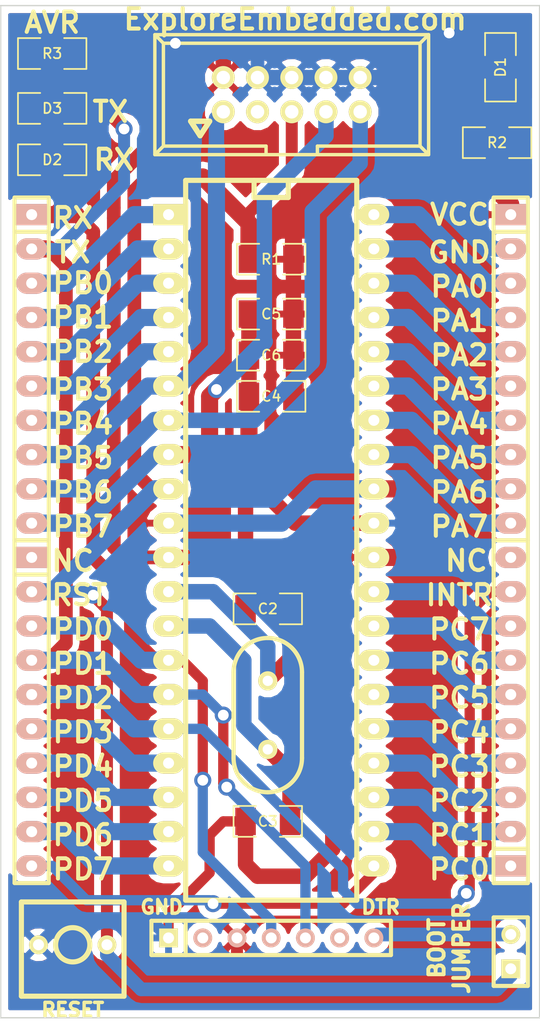
<source format=kicad_pcb>
(kicad_pcb (version 3) (host pcbnew "(2013-07-07 BZR 4022)-stable")

  (general
    (links 80)
    (no_connects 0)
    (area 136.000001 79.650001 231.5 170.2562)
    (thickness 1.6)
    (drawings 52)
    (tracks 316)
    (zones 0)
    (modules 21)
    (nets 41)
  )

  (page A3)
  (layers
    (15 F.Cu signal)
    (0 B.Cu signal)
    (16 B.Adhes user)
    (17 F.Adhes user)
    (18 B.Paste user)
    (19 F.Paste user)
    (20 B.SilkS user)
    (21 F.SilkS user)
    (22 B.Mask user)
    (23 F.Mask user)
    (24 Dwgs.User user)
    (25 Cmts.User user)
    (26 Eco1.User user)
    (27 Eco2.User user)
    (28 Edge.Cuts user)
  )

  (setup
    (last_trace_width 0.254)
    (user_trace_width 0.508)
    (user_trace_width 0.635)
    (user_trace_width 0.762)
    (user_trace_width 0.889)
    (user_trace_width 1.016)
    (user_trace_width 1.143)
    (user_trace_width 1.27)
    (trace_clearance 0.254)
    (zone_clearance 0.508)
    (zone_45_only no)
    (trace_min 0.254)
    (segment_width 0.2)
    (edge_width 0.1)
    (via_size 0.889)
    (via_drill 0.635)
    (via_min_size 0.889)
    (via_min_drill 0.508)
    (user_via 1.27 0.8)
    (uvia_size 0.508)
    (uvia_drill 0.127)
    (uvias_allowed no)
    (uvia_min_size 0.508)
    (uvia_min_drill 0.127)
    (pcb_text_width 0.3)
    (pcb_text_size 1.5 1.5)
    (mod_edge_width 0.15)
    (mod_text_size 1 1)
    (mod_text_width 0.15)
    (pad_size 1.7 1.7)
    (pad_drill 0.99822)
    (pad_to_mask_clearance 0)
    (aux_axis_origin 0 0)
    (visible_elements 7FFFFFFF)
    (pcbplotparams
      (layerselection 3178497)
      (usegerberextensions true)
      (excludeedgelayer true)
      (linewidth 0.150000)
      (plotframeref false)
      (viasonmask false)
      (mode 1)
      (useauxorigin false)
      (hpglpennumber 1)
      (hpglpenspeed 20)
      (hpglpendiameter 15)
      (hpglpenoverlay 2)
      (psnegative false)
      (psa4output false)
      (plotreference true)
      (plotvalue true)
      (plotothertext true)
      (plotinvisibletext false)
      (padsonsilk false)
      (subtractmaskfromsilk false)
      (outputformat 1)
      (mirror false)
      (drillshape 1)
      (scaleselection 1)
      (outputdirectory ""))
  )

  (net 0 "")
  (net 1 /+5V)
  (net 2 /INTR)
  (net 3 /MISO)
  (net 4 /MOSI)
  (net 5 /RX)
  (net 6 /SCK)
  (net 7 /TX)
  (net 8 /rst)
  (net 9 GND)
  (net 10 N-000001)
  (net 11 N-0000010)
  (net 12 N-0000011)
  (net 13 N-0000012)
  (net 14 N-0000015)
  (net 15 N-0000016)
  (net 16 N-0000017)
  (net 17 N-0000018)
  (net 18 N-0000019)
  (net 19 N-000002)
  (net 20 N-0000020)
  (net 21 N-0000023)
  (net 22 N-0000024)
  (net 23 N-0000026)
  (net 24 N-0000029)
  (net 25 N-000003)
  (net 26 N-0000032)
  (net 27 N-0000033)
  (net 28 N-0000034)
  (net 29 N-0000035)
  (net 30 N-0000036)
  (net 31 N-0000037)
  (net 32 N-0000038)
  (net 33 N-0000039)
  (net 34 N-000004)
  (net 35 N-0000040)
  (net 36 N-0000045)
  (net 37 N-000005)
  (net 38 N-000006)
  (net 39 N-000007)
  (net 40 N-000008)

  (net_class Default "This is the default net class."
    (clearance 0.254)
    (trace_width 0.254)
    (via_dia 0.889)
    (via_drill 0.635)
    (uvia_dia 0.508)
    (uvia_drill 0.127)
    (add_net "")
    (add_net /+5V)
    (add_net /INTR)
    (add_net /MISO)
    (add_net /MOSI)
    (add_net /RX)
    (add_net /SCK)
    (add_net /TX)
    (add_net /rst)
    (add_net GND)
    (add_net N-000001)
    (add_net N-0000010)
    (add_net N-0000011)
    (add_net N-0000012)
    (add_net N-0000015)
    (add_net N-0000016)
    (add_net N-0000017)
    (add_net N-0000018)
    (add_net N-0000019)
    (add_net N-000002)
    (add_net N-0000020)
    (add_net N-0000023)
    (add_net N-0000024)
    (add_net N-0000026)
    (add_net N-0000029)
    (add_net N-000003)
    (add_net N-0000032)
    (add_net N-0000033)
    (add_net N-0000034)
    (add_net N-0000035)
    (add_net N-0000036)
    (add_net N-0000037)
    (add_net N-0000038)
    (add_net N-0000039)
    (add_net N-000004)
    (add_net N-0000040)
    (add_net N-0000045)
    (add_net N-000005)
    (add_net N-000006)
    (add_net N-000007)
    (add_net N-000008)
  )

  (module VASCH5x2 (layer F.Cu) (tedit 54F9A4AB) (tstamp 54F1D92B)
    (at 197.104 101.6)
    (descr CONNECTOR)
    (tags CONNECTOR)
    (path /54F1C123)
    (attr virtual)
    (fp_text reference P1 (at -8.89 -5.08) (layer F.SilkS) hide
      (effects (font (size 1.778 1.778) (thickness 0.0889)))
    )
    (fp_text value CONN_5X2 (at 1.27 6.35) (layer F.SilkS) hide
      (effects (font (size 1.778 1.778) (thickness 0.0889)))
    )
    (fp_line (start -9.525 -3.81) (end -10.16 -4.445) (layer F.SilkS) (width 0.254))
    (fp_line (start -9.525 3.81) (end -10.16 4.445) (layer F.SilkS) (width 0.254))
    (fp_line (start 9.525 3.81) (end 10.16 4.445) (layer F.SilkS) (width 0.254))
    (fp_line (start 9.525 -3.81) (end 10.16 -4.445) (layer F.SilkS) (width 0.254))
    (fp_line (start 1.905 4.445) (end 1.905 3.81) (layer F.SilkS) (width 0.254))
    (fp_line (start 1.905 3.81) (end 9.525 3.81) (layer F.SilkS) (width 0.254))
    (fp_line (start 9.525 3.81) (end 9.525 -3.81) (layer F.SilkS) (width 0.254))
    (fp_line (start 9.525 -3.81) (end -9.525 -3.81) (layer F.SilkS) (width 0.254))
    (fp_line (start -9.525 -3.81) (end -9.525 3.81) (layer F.SilkS) (width 0.254))
    (fp_line (start -9.525 3.81) (end -1.905 3.81) (layer F.SilkS) (width 0.254))
    (fp_line (start -1.905 3.81) (end -1.905 4.445) (layer F.SilkS) (width 0.254))
    (fp_line (start -10.16 4.445) (end 10.16 4.445) (layer F.SilkS) (width 0.254))
    (fp_line (start 10.16 -4.445) (end -10.16 -4.445) (layer F.SilkS) (width 0.254))
    (fp_line (start -10.16 -4.445) (end -10.16 4.445) (layer F.SilkS) (width 0.254))
    (fp_line (start 10.16 -4.445) (end 10.16 4.445) (layer F.SilkS) (width 0.254))
    (fp_line (start -7.49808 1.9685) (end -6.79958 3.03784) (layer F.SilkS) (width 0.4064))
    (fp_line (start -6.79958 3.03784) (end -6.09854 1.9685) (layer F.SilkS) (width 0.4064))
    (fp_line (start -6.09854 1.9685) (end -7.49808 1.9685) (layer F.SilkS) (width 0.4064))
    (pad 1 thru_hole circle (at -5.08 1.27) (size 1.7 1.7) (drill 0.99822)
      (layers *.Cu *.Mask F.Paste F.SilkS)
      (net 4 /MOSI)
    )
    (pad 2 thru_hole circle (at -5.08 -1.27) (size 1.7 1.7) (drill 0.99822)
      (layers *.Cu *.Mask F.Paste F.SilkS)
      (net 1 /+5V)
    )
    (pad 3 thru_hole circle (at -2.54 1.27) (size 1.7 1.7) (drill 0.99822)
      (layers *.Cu *.Mask F.Paste F.SilkS)
    )
    (pad 4 thru_hole circle (at -2.54 -1.27) (size 1.7 1.7) (drill 0.99822)
      (layers *.Cu *.Mask F.Paste F.SilkS)
      (net 9 GND)
    )
    (pad 5 thru_hole circle (at 0 1.27) (size 1.7 1.7) (drill 0.99822)
      (layers *.Cu *.Mask F.Paste F.SilkS)
      (net 8 /rst)
    )
    (pad 6 thru_hole circle (at 0 -1.27) (size 1.7 1.7) (drill 0.99822)
      (layers *.Cu *.Mask F.Paste F.SilkS)
      (net 9 GND)
    )
    (pad 7 thru_hole circle (at 2.54 1.27) (size 1.7 1.7) (drill 0.99822)
      (layers *.Cu *.Mask F.Paste F.SilkS)
      (net 6 /SCK)
    )
    (pad 8 thru_hole circle (at 2.54 -1.27) (size 1.7 1.7) (drill 0.99822)
      (layers *.Cu *.Mask F.Paste F.SilkS)
      (net 9 GND)
    )
    (pad 9 thru_hole circle (at 5.08 1.27) (size 1.7 1.7) (drill 0.99822)
      (layers *.Cu *.Mask F.Paste F.SilkS)
      (net 3 /MISO)
    )
    (pad 10 thru_hole circle (at 5.08 -1.27) (size 1.7 1.7) (drill 0.99822)
      (layers *.Cu *.Mask F.Paste F.SilkS)
      (net 9 GND)
    )
    (model connectors/header_sockets/socket_5x2_90.wrl
      (at (xyz 0 0 0))
      (scale (xyz 1 1 1))
      (rotate (xyz 0 0 180))
    )
  )

  (module SIL-10 (layer F.Cu) (tedit 54F6BFCA) (tstamp 54F1D96E)
    (at 177.8 121.92 270)
    (descr "Connecteur 10 pins")
    (tags "CONN DEV")
    (path /54F1DC1E)
    (fp_text reference P5 (at -6.35 -2.54 270) (layer F.SilkS) hide
      (effects (font (size 1.72974 1.08712) (thickness 0.27178)))
    )
    (fp_text value CONN_10 (at 6.35 -2.54 270) (layer F.SilkS) hide
      (effects (font (size 1.524 1.016) (thickness 0.254)))
    )
    (fp_line (start -12.7 1.27) (end -12.7 -1.27) (layer F.SilkS) (width 0.3048))
    (fp_line (start -12.7 -1.27) (end 12.7 -1.27) (layer F.SilkS) (width 0.3048))
    (fp_line (start 12.7 -1.27) (end 12.7 1.27) (layer F.SilkS) (width 0.3048))
    (fp_line (start 12.7 1.27) (end -12.7 1.27) (layer F.SilkS) (width 0.3048))
    (fp_line (start -10.16 1.27) (end -10.16 -1.27) (layer F.SilkS) (width 0.3048))
    (pad 1 thru_hole rect (at -11.43 0 270) (size 1.5748 2.286) (drill 0.8128)
      (layers *.Cu *.Mask B.SilkS)
      (net 5 /RX)
    )
    (pad 2 thru_hole oval (at -8.89 0 270) (size 1.5748 2.286) (drill 0.8128)
      (layers *.Cu *.Mask B.SilkS)
      (net 7 /TX)
    )
    (pad 3 thru_hole oval (at -6.35 0 270) (size 1.5748 2.286) (drill 0.8128)
      (layers *.Cu *.Mask B.SilkS)
      (net 13 N-0000012)
    )
    (pad 4 thru_hole oval (at -3.81 0 270) (size 1.5748 2.286) (drill 0.8128)
      (layers *.Cu *.Mask B.SilkS)
      (net 12 N-0000011)
    )
    (pad 5 thru_hole oval (at -1.27 0 270) (size 1.5748 2.286) (drill 0.8128)
      (layers *.Cu *.Mask B.SilkS)
      (net 15 N-0000016)
    )
    (pad 6 thru_hole oval (at 1.27 0 270) (size 1.5748 2.286) (drill 0.8128)
      (layers *.Cu *.Mask B.SilkS)
      (net 20 N-0000020)
    )
    (pad 7 thru_hole oval (at 3.81 0 270) (size 1.5748 2.286) (drill 0.8128)
      (layers *.Cu *.Mask B.SilkS)
      (net 18 N-0000019)
    )
    (pad 8 thru_hole oval (at 6.35 0 270) (size 1.5748 2.286) (drill 0.8128)
      (layers *.Cu *.Mask B.SilkS)
      (net 4 /MOSI)
    )
    (pad 9 thru_hole oval (at 8.89 0 270) (size 1.5748 2.286) (drill 0.8128)
      (layers *.Cu *.Mask B.SilkS)
      (net 3 /MISO)
    )
    (pad 10 thru_hole oval (at 11.43 0 270) (size 1.5748 2.286) (drill 0.8128)
      (layers *.Cu *.Mask B.SilkS)
      (net 6 /SCK)
    )
    (model C:/Users/pc/Documents/Kicad/pins_array_9x1.wrl
      (at (xyz 0 0 0))
      (scale (xyz 1 1 1))
      (rotate (xyz 0 0 0))
    )
  )

  (module SIL-10 (layer F.Cu) (tedit 54F6BFE2) (tstamp 54F1D981)
    (at 213.36 121.92 270)
    (descr "Connecteur 10 pins")
    (tags "CONN DEV")
    (path /54F1DC84)
    (fp_text reference P3 (at -6.35 -2.54 270) (layer F.SilkS) hide
      (effects (font (size 1.72974 1.08712) (thickness 0.27178)))
    )
    (fp_text value CONN_10 (at 6.35 -2.54 270) (layer F.SilkS) hide
      (effects (font (size 1.524 1.016) (thickness 0.254)))
    )
    (fp_line (start -12.7 1.27) (end -12.7 -1.27) (layer F.SilkS) (width 0.3048))
    (fp_line (start -12.7 -1.27) (end 12.7 -1.27) (layer F.SilkS) (width 0.3048))
    (fp_line (start 12.7 -1.27) (end 12.7 1.27) (layer F.SilkS) (width 0.3048))
    (fp_line (start 12.7 1.27) (end -12.7 1.27) (layer F.SilkS) (width 0.3048))
    (fp_line (start -10.16 1.27) (end -10.16 -1.27) (layer F.SilkS) (width 0.3048))
    (pad 1 thru_hole rect (at -11.43 0 270) (size 1.5748 2.286) (drill 0.8128)
      (layers *.Cu *.Mask B.SilkS)
      (net 1 /+5V)
    )
    (pad 2 thru_hole oval (at -8.89 0 270) (size 1.5748 2.286) (drill 0.8128)
      (layers *.Cu *.Mask B.SilkS)
      (net 9 GND)
    )
    (pad 3 thru_hole oval (at -6.35 0 270) (size 1.5748 2.286) (drill 0.8128)
      (layers *.Cu *.Mask B.SilkS)
      (net 39 N-000007)
    )
    (pad 4 thru_hole oval (at -3.81 0 270) (size 1.5748 2.286) (drill 0.8128)
      (layers *.Cu *.Mask B.SilkS)
      (net 38 N-000006)
    )
    (pad 5 thru_hole oval (at -1.27 0 270) (size 1.5748 2.286) (drill 0.8128)
      (layers *.Cu *.Mask B.SilkS)
      (net 40 N-000008)
    )
    (pad 6 thru_hole oval (at 1.27 0 270) (size 1.5748 2.286) (drill 0.8128)
      (layers *.Cu *.Mask B.SilkS)
      (net 37 N-000005)
    )
    (pad 7 thru_hole oval (at 3.81 0 270) (size 1.5748 2.286) (drill 0.8128)
      (layers *.Cu *.Mask B.SilkS)
      (net 34 N-000004)
    )
    (pad 8 thru_hole oval (at 6.35 0 270) (size 1.5748 2.286) (drill 0.8128)
      (layers *.Cu *.Mask B.SilkS)
      (net 25 N-000003)
    )
    (pad 9 thru_hole oval (at 8.89 0 270) (size 1.5748 2.286) (drill 0.8128)
      (layers *.Cu *.Mask B.SilkS)
      (net 10 N-000001)
    )
    (pad 10 thru_hole oval (at 11.43 0 270) (size 1.5748 2.286) (drill 0.8128)
      (layers *.Cu *.Mask B.SilkS)
      (net 19 N-000002)
    )
    (model C:/Users/pc/Documents/Kicad/pins_array_9x1.wrl
      (at (xyz 0 0 0))
      (scale (xyz 1 1 1))
      (rotate (xyz 0 0 0))
    )
  )

  (module HC-49V (layer F.Cu) (tedit 54F6B396) (tstamp 54F1D99B)
    (at 195.326 147.574 90)
    (descr "Quartz boitier HC-49 Vertical")
    (tags "QUARTZ DEV")
    (path /54F1C16D)
    (autoplace_cost180 10)
    (fp_text reference X1 (at 0 -3.81 90) (layer F.SilkS) hide
      (effects (font (size 1.524 1.524) (thickness 0.3048)))
    )
    (fp_text value 16Mhz (at 0 3.81 90) (layer F.SilkS) hide
      (effects (font (size 1.524 1.524) (thickness 0.3048)))
    )
    (fp_line (start -3.175 2.54) (end 3.175 2.54) (layer F.SilkS) (width 0.3175))
    (fp_line (start -3.175 -2.54) (end 3.175 -2.54) (layer F.SilkS) (width 0.3175))
    (fp_arc (start 3.175 0) (end 3.175 -2.54) (angle 90) (layer F.SilkS) (width 0.3175))
    (fp_arc (start 3.175 0) (end 5.715 0) (angle 90) (layer F.SilkS) (width 0.3175))
    (fp_arc (start -3.175 0) (end -5.715 0) (angle 90) (layer F.SilkS) (width 0.3175))
    (fp_arc (start -3.175 0) (end -3.175 2.54) (angle 90) (layer F.SilkS) (width 0.3175))
    (pad 1 thru_hole circle (at -2.54 0 90) (size 1.4224 1.4224) (drill 0.762)
      (layers *.Cu *.Mask F.SilkS)
      (net 36 N-0000045)
    )
    (pad 2 thru_hole circle (at 2.54 0 90) (size 1.4224 1.4224) (drill 0.762)
      (layers *.Cu *.Mask F.SilkS)
      (net 26 N-0000032)
    )
    (model discret/xtal/crystal_hc18u_vertical.wrl
      (at (xyz 0 0 0))
      (scale (xyz 1 1 0.2))
      (rotate (xyz 0 0 0))
    )
  )

  (module DIP-40__600_ELL (layer F.Cu) (tedit 54F6B38C) (tstamp 54F1D9CE)
    (at 195.58 134.62 270)
    (descr "Module Dil 40 pins, pads elliptiques, e=600 mils")
    (tags DIL)
    (path /54F1C136)
    (fp_text reference IC1 (at -19.05 -3.81 270) (layer F.SilkS) hide
      (effects (font (size 1.778 1.143) (thickness 0.28575)))
    )
    (fp_text value ATMEGA32-P (at 0 2.54 270) (layer F.SilkS) hide
      (effects (font (size 1.778 1.778) (thickness 0.3048)))
    )
    (fp_line (start -26.67 -1.27) (end -25.4 -1.27) (layer F.SilkS) (width 0.381))
    (fp_line (start -25.4 -1.27) (end -25.4 1.27) (layer F.SilkS) (width 0.381))
    (fp_line (start -25.4 1.27) (end -26.67 1.27) (layer F.SilkS) (width 0.381))
    (fp_line (start -26.67 -6.35) (end 26.67 -6.35) (layer F.SilkS) (width 0.381))
    (fp_line (start 26.67 -6.35) (end 26.67 6.35) (layer F.SilkS) (width 0.381))
    (fp_line (start 26.67 6.35) (end -26.67 6.35) (layer F.SilkS) (width 0.381))
    (fp_line (start -26.67 6.35) (end -26.67 -6.35) (layer F.SilkS) (width 0.381))
    (pad 1 thru_hole rect (at -24.13 7.62 270) (size 1.5748 2.286) (drill 0.8128)
      (layers *.Cu *.Mask F.SilkS)
      (net 13 N-0000012)
    )
    (pad 2 thru_hole oval (at -21.59 7.62 270) (size 1.5748 2.286) (drill 0.8128)
      (layers *.Cu *.Mask F.SilkS)
      (net 12 N-0000011)
    )
    (pad 3 thru_hole oval (at -19.05 7.62 270) (size 1.5748 2.286) (drill 0.8128)
      (layers *.Cu *.Mask F.SilkS)
      (net 15 N-0000016)
    )
    (pad 4 thru_hole oval (at -16.51 7.62 270) (size 1.5748 2.286) (drill 0.8128)
      (layers *.Cu *.Mask F.SilkS)
      (net 20 N-0000020)
    )
    (pad 5 thru_hole oval (at -13.97 7.62 270) (size 1.5748 2.286) (drill 0.8128)
      (layers *.Cu *.Mask F.SilkS)
      (net 18 N-0000019)
    )
    (pad 6 thru_hole oval (at -11.43 7.62 270) (size 1.5748 2.286) (drill 0.8128)
      (layers *.Cu *.Mask F.SilkS)
      (net 4 /MOSI)
    )
    (pad 7 thru_hole oval (at -8.89 7.62 270) (size 1.5748 2.286) (drill 0.8128)
      (layers *.Cu *.Mask F.SilkS)
      (net 3 /MISO)
    )
    (pad 8 thru_hole oval (at -6.35 7.62 270) (size 1.5748 2.286) (drill 0.8128)
      (layers *.Cu *.Mask F.SilkS)
      (net 6 /SCK)
    )
    (pad 9 thru_hole oval (at -3.81 7.62 270) (size 1.5748 2.286) (drill 0.8128)
      (layers *.Cu *.Mask F.SilkS)
      (net 8 /rst)
    )
    (pad 10 thru_hole oval (at -1.27 7.62 270) (size 1.5748 2.286) (drill 0.8128)
      (layers *.Cu *.Mask F.SilkS)
      (net 1 /+5V)
    )
    (pad 11 thru_hole oval (at 1.27 7.62 270) (size 1.5748 2.286) (drill 0.8128)
      (layers *.Cu *.Mask F.SilkS)
      (net 9 GND)
    )
    (pad 12 thru_hole oval (at 3.81 7.62 270) (size 1.5748 2.286) (drill 0.8128)
      (layers *.Cu *.Mask F.SilkS)
      (net 26 N-0000032)
    )
    (pad 13 thru_hole oval (at 6.35 7.62 270) (size 1.5748 2.286) (drill 0.8128)
      (layers *.Cu *.Mask F.SilkS)
      (net 36 N-0000045)
    )
    (pad 14 thru_hole oval (at 8.89 7.62 270) (size 1.5748 2.286) (drill 0.8128)
      (layers *.Cu *.Mask F.SilkS)
      (net 5 /RX)
    )
    (pad 15 thru_hole oval (at 11.43 7.62 270) (size 1.5748 2.286) (drill 0.8128)
      (layers *.Cu *.Mask F.SilkS)
      (net 7 /TX)
    )
    (pad 16 thru_hole oval (at 13.97 7.62 270) (size 1.5748 2.286) (drill 0.8128)
      (layers *.Cu *.Mask F.SilkS)
      (net 2 /INTR)
    )
    (pad 17 thru_hole oval (at 16.51 7.62 270) (size 1.5748 2.286) (drill 0.8128)
      (layers *.Cu *.Mask F.SilkS)
      (net 23 N-0000026)
    )
    (pad 18 thru_hole oval (at 19.05 7.62 270) (size 1.5748 2.286) (drill 0.8128)
      (layers *.Cu *.Mask F.SilkS)
      (net 17 N-0000018)
    )
    (pad 19 thru_hole oval (at 21.59 7.62 270) (size 1.5748 2.286) (drill 0.8128)
      (layers *.Cu *.Mask F.SilkS)
      (net 16 N-0000017)
    )
    (pad 20 thru_hole oval (at 24.13 7.62 270) (size 1.5748 2.286) (drill 0.8128)
      (layers *.Cu *.Mask F.SilkS)
      (net 11 N-0000010)
    )
    (pad 21 thru_hole oval (at 24.13 -7.62 270) (size 1.5748 2.286) (drill 0.8128)
      (layers *.Cu *.Mask F.SilkS)
      (net 14 N-0000015)
    )
    (pad 22 thru_hole oval (at 21.59 -7.62 270) (size 1.5748 2.286) (drill 0.8128)
      (layers *.Cu *.Mask F.SilkS)
      (net 29 N-0000035)
    )
    (pad 23 thru_hole oval (at 19.05 -7.62 270) (size 1.5748 2.286) (drill 0.8128)
      (layers *.Cu *.Mask F.SilkS)
      (net 28 N-0000034)
    )
    (pad 24 thru_hole oval (at 16.51 -7.62 270) (size 1.5748 2.286) (drill 0.8128)
      (layers *.Cu *.Mask F.SilkS)
      (net 27 N-0000033)
    )
    (pad 25 thru_hole oval (at 13.97 -7.62 270) (size 1.5748 2.286) (drill 0.8128)
      (layers *.Cu *.Mask F.SilkS)
      (net 35 N-0000040)
    )
    (pad 26 thru_hole oval (at 11.43 -7.62 270) (size 1.5748 2.286) (drill 0.8128)
      (layers *.Cu *.Mask F.SilkS)
      (net 33 N-0000039)
    )
    (pad 27 thru_hole oval (at 8.89 -7.62 270) (size 1.5748 2.286) (drill 0.8128)
      (layers *.Cu *.Mask F.SilkS)
      (net 32 N-0000038)
    )
    (pad 28 thru_hole oval (at 6.35 -7.62 270) (size 1.5748 2.286) (drill 0.8128)
      (layers *.Cu *.Mask F.SilkS)
      (net 31 N-0000037)
    )
    (pad 29 thru_hole oval (at 3.81 -7.62 270) (size 1.5748 2.286) (drill 0.8128)
      (layers *.Cu *.Mask F.SilkS)
      (net 30 N-0000036)
    )
    (pad 30 thru_hole oval (at 1.27 -7.62 270) (size 1.5748 2.286) (drill 0.8128)
      (layers *.Cu *.Mask F.SilkS)
      (net 1 /+5V)
    )
    (pad 31 thru_hole oval (at -1.27 -7.62 270) (size 1.5748 2.286) (drill 0.8128)
      (layers *.Cu *.Mask F.SilkS)
      (net 9 GND)
    )
    (pad 32 thru_hole oval (at -3.81 -7.62 270) (size 1.5748 2.286) (drill 0.8128)
      (layers *.Cu *.Mask F.SilkS)
      (net 1 /+5V)
    )
    (pad 33 thru_hole oval (at -6.35 -7.62 270) (size 1.5748 2.286) (drill 0.8128)
      (layers *.Cu *.Mask F.SilkS)
      (net 19 N-000002)
    )
    (pad 34 thru_hole oval (at -8.89 -7.62 270) (size 1.5748 2.286) (drill 0.8128)
      (layers *.Cu *.Mask F.SilkS)
      (net 10 N-000001)
    )
    (pad 35 thru_hole oval (at -11.43 -7.62 270) (size 1.5748 2.286) (drill 0.8128)
      (layers *.Cu *.Mask F.SilkS)
      (net 25 N-000003)
    )
    (pad 36 thru_hole oval (at -13.97 -7.62 270) (size 1.5748 2.286) (drill 0.8128)
      (layers *.Cu *.Mask F.SilkS)
      (net 34 N-000004)
    )
    (pad 37 thru_hole oval (at -16.51 -7.62 270) (size 1.5748 2.286) (drill 0.8128)
      (layers *.Cu *.Mask F.SilkS)
      (net 37 N-000005)
    )
    (pad 38 thru_hole oval (at -19.05 -7.62 270) (size 1.5748 2.286) (drill 0.8128)
      (layers *.Cu *.Mask F.SilkS)
      (net 40 N-000008)
    )
    (pad 39 thru_hole oval (at -21.59 -7.62 270) (size 1.5748 2.286) (drill 0.8128)
      (layers *.Cu *.Mask F.SilkS)
      (net 38 N-000006)
    )
    (pad 40 thru_hole oval (at -24.13 -7.62 270) (size 1.5748 2.286) (drill 0.8128)
      (layers *.Cu *.Mask F.SilkS)
      (net 39 N-000007)
    )
    (model dil\dil_40-w600.wrl
      (at (xyz 0 0 0))
      (scale (xyz 1 1 1))
      (rotate (xyz 0 0 0))
    )
  )

  (module SIL-10 (layer F.Cu) (tedit 54F6BFB5) (tstamp 54F1D94A)
    (at 177.8 147.32 270)
    (descr "Connecteur 10 pins")
    (tags "CONN DEV")
    (path /54F69BEF)
    (fp_text reference P2 (at -6.35 -2.54 270) (layer F.SilkS) hide
      (effects (font (size 1.72974 1.08712) (thickness 0.27178)))
    )
    (fp_text value CONN_10 (at 6.35 -2.54 270) (layer F.SilkS) hide
      (effects (font (size 1.524 1.016) (thickness 0.254)))
    )
    (fp_line (start -12.7 1.27) (end -12.7 -1.27) (layer F.SilkS) (width 0.3048))
    (fp_line (start -12.7 -1.27) (end 12.7 -1.27) (layer F.SilkS) (width 0.3048))
    (fp_line (start 12.7 -1.27) (end 12.7 1.27) (layer F.SilkS) (width 0.3048))
    (fp_line (start 12.7 1.27) (end -12.7 1.27) (layer F.SilkS) (width 0.3048))
    (fp_line (start -10.16 1.27) (end -10.16 -1.27) (layer F.SilkS) (width 0.3048))
    (pad 1 thru_hole rect (at -11.43 0 270) (size 1.5748 2.286) (drill 0.8128)
      (layers *.Cu *.Mask B.SilkS)
    )
    (pad 2 thru_hole oval (at -8.89 0 270) (size 1.5748 2.286) (drill 0.8128)
      (layers *.Cu *.Mask B.SilkS)
      (net 8 /rst)
    )
    (pad 3 thru_hole oval (at -6.35 0 270) (size 1.5748 2.286) (drill 0.8128)
      (layers *.Cu *.Mask B.SilkS)
      (net 5 /RX)
    )
    (pad 4 thru_hole oval (at -3.81 0 270) (size 1.5748 2.286) (drill 0.8128)
      (layers *.Cu *.Mask B.SilkS)
      (net 7 /TX)
    )
    (pad 5 thru_hole oval (at -1.27 0 270) (size 1.5748 2.286) (drill 0.8128)
      (layers *.Cu *.Mask B.SilkS)
      (net 2 /INTR)
    )
    (pad 6 thru_hole oval (at 1.27 0 270) (size 1.5748 2.286) (drill 0.8128)
      (layers *.Cu *.Mask B.SilkS)
      (net 23 N-0000026)
    )
    (pad 7 thru_hole oval (at 3.81 0 270) (size 1.5748 2.286) (drill 0.8128)
      (layers *.Cu *.Mask B.SilkS)
      (net 17 N-0000018)
    )
    (pad 8 thru_hole oval (at 6.35 0 270) (size 1.5748 2.286) (drill 0.8128)
      (layers *.Cu *.Mask B.SilkS)
      (net 16 N-0000017)
    )
    (pad 9 thru_hole oval (at 8.89 0 270) (size 1.5748 2.286) (drill 0.8128)
      (layers *.Cu *.Mask B.SilkS)
      (net 11 N-0000010)
    )
    (pad 10 thru_hole oval (at 11.43 0 270) (size 1.5748 2.286) (drill 0.8128)
      (layers *.Cu *.Mask B.SilkS)
      (net 14 N-0000015)
    )
    (model C:/Users/pc/Documents/Kicad/pins_array_9x1.wrl
      (at (xyz 0 0 0))
      (scale (xyz 1 1 1))
      (rotate (xyz 0 0 0))
    )
  )

  (module SIL-10 (layer F.Cu) (tedit 54F80ACD) (tstamp 54F1D95B)
    (at 213.36 147.32 90)
    (descr "Connecteur 10 pins")
    (tags "CONN DEV")
    (path /54F69C14)
    (fp_text reference P4 (at -6.35 -2.54 90) (layer F.SilkS) hide
      (effects (font (size 1.72974 1.08712) (thickness 0.27178)))
    )
    (fp_text value CONN_10 (at 6.35 -2.54 90) (layer F.SilkS) hide
      (effects (font (size 1.524 1.016) (thickness 0.254)))
    )
    (fp_line (start -12.7 1.27) (end -12.7 -1.27) (layer F.SilkS) (width 0.3048))
    (fp_line (start -12.7 -1.27) (end 12.7 -1.27) (layer F.SilkS) (width 0.3048))
    (fp_line (start 12.7 -1.27) (end 12.7 1.27) (layer F.SilkS) (width 0.3048))
    (fp_line (start 12.7 1.27) (end -12.7 1.27) (layer F.SilkS) (width 0.3048))
    (fp_line (start -10.16 1.27) (end -10.16 -1.27) (layer F.SilkS) (width 0.3048))
    (pad 1 thru_hole rect (at -11.43 0 90) (size 1.5748 2.286) (drill 0.8128)
      (layers *.Cu *.Mask B.SilkS)
      (net 29 N-0000035)
    )
    (pad 2 thru_hole oval (at -8.89 0 90) (size 1.5748 2.286) (drill 0.8128)
      (layers *.Cu *.Mask B.SilkS)
      (net 28 N-0000034)
    )
    (pad 3 thru_hole oval (at -6.35 0 90) (size 1.5748 2.286) (drill 0.8128)
      (layers *.Cu *.Mask B.SilkS)
      (net 27 N-0000033)
    )
    (pad 4 thru_hole oval (at -3.81 0 90) (size 1.5748 2.286) (drill 0.8128)
      (layers *.Cu *.Mask B.SilkS)
      (net 35 N-0000040)
    )
    (pad 5 thru_hole oval (at -1.27 0 90) (size 1.5748 2.286) (drill 0.8128)
      (layers *.Cu *.Mask B.SilkS)
      (net 33 N-0000039)
    )
    (pad 6 thru_hole oval (at 1.27 0 90) (size 1.5748 2.286) (drill 0.8128)
      (layers *.Cu *.Mask B.SilkS)
      (net 32 N-0000038)
    )
    (pad 7 thru_hole oval (at 3.81 0 90) (size 1.5748 2.286) (drill 0.8128)
      (layers *.Cu *.Mask B.SilkS)
      (net 31 N-0000037)
    )
    (pad 8 thru_hole oval (at 6.35 0 90) (size 1.5748 2.286) (drill 0.8128)
      (layers *.Cu *.Mask B.SilkS)
      (net 30 N-0000036)
    )
    (pad 9 thru_hole oval (at 8.89 0 90) (size 1.5748 2.286) (drill 0.8128)
      (layers *.Cu *.Mask B.SilkS)
      (net 2 /INTR)
    )
    (pad 10 thru_hole oval (at 11.43 0 90) (size 1.5748 2.286) (drill 0.8128)
      (layers *.Cu *.Mask B.SilkS)
    )
    (model C:/Users/pc/Documents/Kicad/pins_array_9x1.wrl
      (at (xyz 0 0 0))
      (scale (xyz 1 1 1))
      (rotate (xyz 0 0 0))
    )
  )

  (module SM1206 (layer F.Cu) (tedit 42806E24) (tstamp 54F1D98F)
    (at 195.58 113.792)
    (path /54F1C18C)
    (attr smd)
    (fp_text reference R1 (at 0 0) (layer F.SilkS)
      (effects (font (size 0.762 0.762) (thickness 0.127)))
    )
    (fp_text value 10K (at 0 0) (layer F.SilkS) hide
      (effects (font (size 0.762 0.762) (thickness 0.127)))
    )
    (fp_line (start -2.54 -1.143) (end -2.54 1.143) (layer F.SilkS) (width 0.127))
    (fp_line (start -2.54 1.143) (end -0.889 1.143) (layer F.SilkS) (width 0.127))
    (fp_line (start 0.889 -1.143) (end 2.54 -1.143) (layer F.SilkS) (width 0.127))
    (fp_line (start 2.54 -1.143) (end 2.54 1.143) (layer F.SilkS) (width 0.127))
    (fp_line (start 2.54 1.143) (end 0.889 1.143) (layer F.SilkS) (width 0.127))
    (fp_line (start -0.889 -1.143) (end -2.54 -1.143) (layer F.SilkS) (width 0.127))
    (pad 1 smd rect (at -1.651 0) (size 1.524 2.032)
      (layers F.Cu F.Paste F.Mask)
      (net 8 /rst)
    )
    (pad 2 smd rect (at 1.651 0) (size 1.524 2.032)
      (layers F.Cu F.Paste F.Mask)
      (net 1 /+5V)
    )
    (model smd/chip_cms.wrl
      (at (xyz 0 0 0))
      (scale (xyz 0.17 0.16 0.16))
      (rotate (xyz 0 0 0))
    )
  )

  (module SM1206 (layer F.Cu) (tedit 42806E24) (tstamp 54F1D9D9)
    (at 195.326 155.448)
    (path /54F1C106)
    (attr smd)
    (fp_text reference C3 (at 0 0) (layer F.SilkS)
      (effects (font (size 0.762 0.762) (thickness 0.127)))
    )
    (fp_text value 22pF (at 0 0) (layer F.SilkS) hide
      (effects (font (size 0.762 0.762) (thickness 0.127)))
    )
    (fp_line (start -2.54 -1.143) (end -2.54 1.143) (layer F.SilkS) (width 0.127))
    (fp_line (start -2.54 1.143) (end -0.889 1.143) (layer F.SilkS) (width 0.127))
    (fp_line (start 0.889 -1.143) (end 2.54 -1.143) (layer F.SilkS) (width 0.127))
    (fp_line (start 2.54 -1.143) (end 2.54 1.143) (layer F.SilkS) (width 0.127))
    (fp_line (start 2.54 1.143) (end 0.889 1.143) (layer F.SilkS) (width 0.127))
    (fp_line (start -0.889 -1.143) (end -2.54 -1.143) (layer F.SilkS) (width 0.127))
    (pad 1 smd rect (at -1.651 0) (size 1.524 2.032)
      (layers F.Cu F.Paste F.Mask)
      (net 9 GND)
    )
    (pad 2 smd rect (at 1.651 0) (size 1.524 2.032)
      (layers F.Cu F.Paste F.Mask)
      (net 36 N-0000045)
    )
    (model smd/chip_cms.wrl
      (at (xyz 0 0 0))
      (scale (xyz 0.17 0.16 0.16))
      (rotate (xyz 0 0 0))
    )
  )

  (module SM1206 (layer F.Cu) (tedit 42806E24) (tstamp 54F1D9E4)
    (at 195.58 123.952 180)
    (path /54F1C148)
    (attr smd)
    (fp_text reference C4 (at 0 0 180) (layer F.SilkS)
      (effects (font (size 0.762 0.762) (thickness 0.127)))
    )
    (fp_text value 0.1uF (at 0 0 180) (layer F.SilkS) hide
      (effects (font (size 0.762 0.762) (thickness 0.127)))
    )
    (fp_line (start -2.54 -1.143) (end -2.54 1.143) (layer F.SilkS) (width 0.127))
    (fp_line (start -2.54 1.143) (end -0.889 1.143) (layer F.SilkS) (width 0.127))
    (fp_line (start 0.889 -1.143) (end 2.54 -1.143) (layer F.SilkS) (width 0.127))
    (fp_line (start 2.54 -1.143) (end 2.54 1.143) (layer F.SilkS) (width 0.127))
    (fp_line (start 2.54 1.143) (end 0.889 1.143) (layer F.SilkS) (width 0.127))
    (fp_line (start -0.889 -1.143) (end -2.54 -1.143) (layer F.SilkS) (width 0.127))
    (pad 1 smd rect (at -1.651 0 180) (size 1.524 2.032)
      (layers F.Cu F.Paste F.Mask)
      (net 1 /+5V)
    )
    (pad 2 smd rect (at 1.651 0 180) (size 1.524 2.032)
      (layers F.Cu F.Paste F.Mask)
      (net 9 GND)
    )
    (model smd/chip_cms.wrl
      (at (xyz 0 0 0))
      (scale (xyz 0.17 0.16 0.16))
      (rotate (xyz 0 0 0))
    )
  )

  (module SM1206 (layer F.Cu) (tedit 42806E24) (tstamp 54F1D9EF)
    (at 195.58 120.904 180)
    (path /54F1C154)
    (attr smd)
    (fp_text reference C6 (at 0 0 180) (layer F.SilkS)
      (effects (font (size 0.762 0.762) (thickness 0.127)))
    )
    (fp_text value 0.1uF (at 0 0 180) (layer F.SilkS) hide
      (effects (font (size 0.762 0.762) (thickness 0.127)))
    )
    (fp_line (start -2.54 -1.143) (end -2.54 1.143) (layer F.SilkS) (width 0.127))
    (fp_line (start -2.54 1.143) (end -0.889 1.143) (layer F.SilkS) (width 0.127))
    (fp_line (start 0.889 -1.143) (end 2.54 -1.143) (layer F.SilkS) (width 0.127))
    (fp_line (start 2.54 -1.143) (end 2.54 1.143) (layer F.SilkS) (width 0.127))
    (fp_line (start 2.54 1.143) (end 0.889 1.143) (layer F.SilkS) (width 0.127))
    (fp_line (start -0.889 -1.143) (end -2.54 -1.143) (layer F.SilkS) (width 0.127))
    (pad 1 smd rect (at -1.651 0 180) (size 1.524 2.032)
      (layers F.Cu F.Paste F.Mask)
      (net 1 /+5V)
    )
    (pad 2 smd rect (at 1.651 0 180) (size 1.524 2.032)
      (layers F.Cu F.Paste F.Mask)
      (net 9 GND)
    )
    (model smd/chip_cms.wrl
      (at (xyz 0 0 0))
      (scale (xyz 0.17 0.16 0.16))
      (rotate (xyz 0 0 0))
    )
  )

  (module SM1206 (layer F.Cu) (tedit 42806E24) (tstamp 54F1D9FA)
    (at 195.326 139.7)
    (path /54F1C167)
    (attr smd)
    (fp_text reference C2 (at 0 0) (layer F.SilkS)
      (effects (font (size 0.762 0.762) (thickness 0.127)))
    )
    (fp_text value 22pF (at 0 0) (layer F.SilkS) hide
      (effects (font (size 0.762 0.762) (thickness 0.127)))
    )
    (fp_line (start -2.54 -1.143) (end -2.54 1.143) (layer F.SilkS) (width 0.127))
    (fp_line (start -2.54 1.143) (end -0.889 1.143) (layer F.SilkS) (width 0.127))
    (fp_line (start 0.889 -1.143) (end 2.54 -1.143) (layer F.SilkS) (width 0.127))
    (fp_line (start 2.54 -1.143) (end 2.54 1.143) (layer F.SilkS) (width 0.127))
    (fp_line (start 2.54 1.143) (end 0.889 1.143) (layer F.SilkS) (width 0.127))
    (fp_line (start -0.889 -1.143) (end -2.54 -1.143) (layer F.SilkS) (width 0.127))
    (pad 1 smd rect (at -1.651 0) (size 1.524 2.032)
      (layers F.Cu F.Paste F.Mask)
      (net 9 GND)
    )
    (pad 2 smd rect (at 1.651 0) (size 1.524 2.032)
      (layers F.Cu F.Paste F.Mask)
      (net 26 N-0000032)
    )
    (model smd/chip_cms.wrl
      (at (xyz 0 0 0))
      (scale (xyz 0.17 0.16 0.16))
      (rotate (xyz 0 0 0))
    )
  )

  (module SM1206 (layer F.Cu) (tedit 42806E24) (tstamp 54F1DA05)
    (at 195.58 117.856 180)
    (path /54F1C1A0)
    (attr smd)
    (fp_text reference C5 (at 0 0 180) (layer F.SilkS)
      (effects (font (size 0.762 0.762) (thickness 0.127)))
    )
    (fp_text value 0.1uF (at 0 0 180) (layer F.SilkS) hide
      (effects (font (size 0.762 0.762) (thickness 0.127)))
    )
    (fp_line (start -2.54 -1.143) (end -2.54 1.143) (layer F.SilkS) (width 0.127))
    (fp_line (start -2.54 1.143) (end -0.889 1.143) (layer F.SilkS) (width 0.127))
    (fp_line (start 0.889 -1.143) (end 2.54 -1.143) (layer F.SilkS) (width 0.127))
    (fp_line (start 2.54 -1.143) (end 2.54 1.143) (layer F.SilkS) (width 0.127))
    (fp_line (start 2.54 1.143) (end 0.889 1.143) (layer F.SilkS) (width 0.127))
    (fp_line (start -0.889 -1.143) (end -2.54 -1.143) (layer F.SilkS) (width 0.127))
    (pad 1 smd rect (at -1.651 0 180) (size 1.524 2.032)
      (layers F.Cu F.Paste F.Mask)
      (net 1 /+5V)
    )
    (pad 2 smd rect (at 1.651 0 180) (size 1.524 2.032)
      (layers F.Cu F.Paste F.Mask)
      (net 9 GND)
    )
    (model smd/chip_cms.wrl
      (at (xyz 0 0 0))
      (scale (xyz 0.17 0.16 0.16))
      (rotate (xyz 0 0 0))
    )
  )

  (module SM1206 (layer F.Cu) (tedit 42806E24) (tstamp 54F99FF3)
    (at 212.344 105.156)
    (path /54F94C0B)
    (attr smd)
    (fp_text reference R2 (at 0 0) (layer F.SilkS)
      (effects (font (size 0.762 0.762) (thickness 0.127)))
    )
    (fp_text value R (at 0 0) (layer F.SilkS) hide
      (effects (font (size 0.762 0.762) (thickness 0.127)))
    )
    (fp_line (start -2.54 -1.143) (end -2.54 1.143) (layer F.SilkS) (width 0.127))
    (fp_line (start -2.54 1.143) (end -0.889 1.143) (layer F.SilkS) (width 0.127))
    (fp_line (start 0.889 -1.143) (end 2.54 -1.143) (layer F.SilkS) (width 0.127))
    (fp_line (start 2.54 -1.143) (end 2.54 1.143) (layer F.SilkS) (width 0.127))
    (fp_line (start 2.54 1.143) (end 0.889 1.143) (layer F.SilkS) (width 0.127))
    (fp_line (start -0.889 -1.143) (end -2.54 -1.143) (layer F.SilkS) (width 0.127))
    (pad 1 smd rect (at -1.651 0) (size 1.524 2.032)
      (layers F.Cu F.Paste F.Mask)
      (net 1 /+5V)
    )
    (pad 2 smd rect (at 1.651 0) (size 1.524 2.032)
      (layers F.Cu F.Paste F.Mask)
      (net 24 N-0000029)
    )
    (model smd/chip_cms.wrl
      (at (xyz 0 0 0))
      (scale (xyz 0.17 0.16 0.16))
      (rotate (xyz 0 0 0))
    )
  )

  (module SM1206 (layer F.Cu) (tedit 42806E24) (tstamp 54F99FFF)
    (at 212.598 99.568 90)
    (path /54F94C1A)
    (attr smd)
    (fp_text reference D1 (at 0 0 90) (layer F.SilkS)
      (effects (font (size 0.762 0.762) (thickness 0.127)))
    )
    (fp_text value LED (at 0 0 90) (layer F.SilkS) hide
      (effects (font (size 0.762 0.762) (thickness 0.127)))
    )
    (fp_line (start -2.54 -1.143) (end -2.54 1.143) (layer F.SilkS) (width 0.127))
    (fp_line (start -2.54 1.143) (end -0.889 1.143) (layer F.SilkS) (width 0.127))
    (fp_line (start 0.889 -1.143) (end 2.54 -1.143) (layer F.SilkS) (width 0.127))
    (fp_line (start 2.54 -1.143) (end 2.54 1.143) (layer F.SilkS) (width 0.127))
    (fp_line (start 2.54 1.143) (end 0.889 1.143) (layer F.SilkS) (width 0.127))
    (fp_line (start -0.889 -1.143) (end -2.54 -1.143) (layer F.SilkS) (width 0.127))
    (pad 1 smd rect (at -1.651 0 90) (size 1.524 2.032)
      (layers F.Cu F.Paste F.Mask)
      (net 24 N-0000029)
    )
    (pad 2 smd rect (at 1.651 0 90) (size 1.524 2.032)
      (layers F.Cu F.Paste F.Mask)
      (net 9 GND)
    )
    (model smd/chip_cms.wrl
      (at (xyz 0 0 0))
      (scale (xyz 0.17 0.16 0.16))
      (rotate (xyz 0 0 0))
    )
  )

  (module SM1206 (layer F.Cu) (tedit 42806E24) (tstamp 55150661)
    (at 179.324 106.426 180)
    (path /5514EDC8)
    (attr smd)
    (fp_text reference D2 (at 0 0 180) (layer F.SilkS)
      (effects (font (size 0.762 0.762) (thickness 0.127)))
    )
    (fp_text value LED (at 0 0 180) (layer F.SilkS) hide
      (effects (font (size 0.762 0.762) (thickness 0.127)))
    )
    (fp_line (start -2.54 -1.143) (end -2.54 1.143) (layer F.SilkS) (width 0.127))
    (fp_line (start -2.54 1.143) (end -0.889 1.143) (layer F.SilkS) (width 0.127))
    (fp_line (start 0.889 -1.143) (end 2.54 -1.143) (layer F.SilkS) (width 0.127))
    (fp_line (start 2.54 -1.143) (end 2.54 1.143) (layer F.SilkS) (width 0.127))
    (fp_line (start 2.54 1.143) (end 0.889 1.143) (layer F.SilkS) (width 0.127))
    (fp_line (start -0.889 -1.143) (end -2.54 -1.143) (layer F.SilkS) (width 0.127))
    (pad 1 smd rect (at -1.651 0 180) (size 1.524 2.032)
      (layers F.Cu F.Paste F.Mask)
      (net 5 /RX)
    )
    (pad 2 smd rect (at 1.651 0 180) (size 1.524 2.032)
      (layers F.Cu F.Paste F.Mask)
      (net 21 N-0000023)
    )
    (model smd/chip_cms.wrl
      (at (xyz 0 0 0))
      (scale (xyz 0.17 0.16 0.16))
      (rotate (xyz 0 0 0))
    )
  )

  (module SM1206 (layer F.Cu) (tedit 42806E24) (tstamp 5515066D)
    (at 179.324 102.616 180)
    (path /5514EDCE)
    (attr smd)
    (fp_text reference D3 (at 0 0 180) (layer F.SilkS)
      (effects (font (size 0.762 0.762) (thickness 0.127)))
    )
    (fp_text value LED (at 0 0 180) (layer F.SilkS) hide
      (effects (font (size 0.762 0.762) (thickness 0.127)))
    )
    (fp_line (start -2.54 -1.143) (end -2.54 1.143) (layer F.SilkS) (width 0.127))
    (fp_line (start -2.54 1.143) (end -0.889 1.143) (layer F.SilkS) (width 0.127))
    (fp_line (start 0.889 -1.143) (end 2.54 -1.143) (layer F.SilkS) (width 0.127))
    (fp_line (start 2.54 -1.143) (end 2.54 1.143) (layer F.SilkS) (width 0.127))
    (fp_line (start 2.54 1.143) (end 0.889 1.143) (layer F.SilkS) (width 0.127))
    (fp_line (start -0.889 -1.143) (end -2.54 -1.143) (layer F.SilkS) (width 0.127))
    (pad 1 smd rect (at -1.651 0 180) (size 1.524 2.032)
      (layers F.Cu F.Paste F.Mask)
      (net 7 /TX)
    )
    (pad 2 smd rect (at 1.651 0 180) (size 1.524 2.032)
      (layers F.Cu F.Paste F.Mask)
      (net 21 N-0000023)
    )
    (model smd/chip_cms.wrl
      (at (xyz 0 0 0))
      (scale (xyz 0.17 0.16 0.16))
      (rotate (xyz 0 0 0))
    )
  )

  (module SM1206 (layer F.Cu) (tedit 42806E24) (tstamp 55150679)
    (at 179.324 98.552)
    (path /5514EDD4)
    (attr smd)
    (fp_text reference R3 (at 0 0) (layer F.SilkS)
      (effects (font (size 0.762 0.762) (thickness 0.127)))
    )
    (fp_text value R (at 0 0) (layer F.SilkS) hide
      (effects (font (size 0.762 0.762) (thickness 0.127)))
    )
    (fp_line (start -2.54 -1.143) (end -2.54 1.143) (layer F.SilkS) (width 0.127))
    (fp_line (start -2.54 1.143) (end -0.889 1.143) (layer F.SilkS) (width 0.127))
    (fp_line (start 0.889 -1.143) (end 2.54 -1.143) (layer F.SilkS) (width 0.127))
    (fp_line (start 2.54 -1.143) (end 2.54 1.143) (layer F.SilkS) (width 0.127))
    (fp_line (start 2.54 1.143) (end 0.889 1.143) (layer F.SilkS) (width 0.127))
    (fp_line (start -0.889 -1.143) (end -2.54 -1.143) (layer F.SilkS) (width 0.127))
    (pad 1 smd rect (at -1.651 0) (size 1.524 2.032)
      (layers F.Cu F.Paste F.Mask)
      (net 21 N-0000023)
    )
    (pad 2 smd rect (at 1.651 0) (size 1.524 2.032)
      (layers F.Cu F.Paste F.Mask)
      (net 9 GND)
    )
    (model smd/chip_cms.wrl
      (at (xyz 0 0 0))
      (scale (xyz 0.17 0.16 0.16))
      (rotate (xyz 0 0 0))
    )
  )

  (module SIL-7 (layer F.Cu) (tedit 556C3718) (tstamp 556AD162)
    (at 195.58 164.084)
    (descr "Connecteur 7 pins")
    (tags "CONN DEV")
    (path /556AD000)
    (fp_text reference P6 (at 0 -2.54) (layer F.SilkS) hide
      (effects (font (size 1.72974 1.08712) (thickness 0.27178)))
    )
    (fp_text value CONN_7 (at 0 -2.54) (layer F.SilkS) hide
      (effects (font (size 1.524 1.016) (thickness 0.3048)))
    )
    (fp_line (start -8.89 -1.27) (end -8.89 -1.27) (layer F.SilkS) (width 0.3048))
    (fp_line (start -8.89 -1.27) (end 8.89 -1.27) (layer F.SilkS) (width 0.3048))
    (fp_line (start 8.89 -1.27) (end 8.89 1.27) (layer F.SilkS) (width 0.3048))
    (fp_line (start 8.89 1.27) (end -8.89 1.27) (layer F.SilkS) (width 0.3048))
    (fp_line (start -8.89 1.27) (end -8.89 -1.27) (layer F.SilkS) (width 0.3048))
    (fp_line (start -6.35 1.27) (end -6.35 1.27) (layer F.SilkS) (width 0.3048))
    (fp_line (start -6.35 1.27) (end -6.35 -1.27) (layer F.SilkS) (width 0.3048))
    (pad 1 thru_hole rect (at -7.62 0) (size 1.397 1.397) (drill 0.8128)
      (layers *.Cu *.Mask F.SilkS)
      (net 9 GND)
    )
    (pad 2 thru_hole circle (at -5.08 0) (size 1.397 1.397) (drill 0.8128)
      (layers *.Cu *.SilkS *.Mask)
    )
    (pad 3 thru_hole circle (at -2.54 0) (size 1.397 1.397) (drill 0.8128)
      (layers *.Cu *.SilkS *.Mask)
      (net 1 /+5V)
    )
    (pad 4 thru_hole circle (at 0 0) (size 1.397 1.397) (drill 0.8128)
      (layers *.Cu *.SilkS *.Mask)
      (net 5 /RX)
    )
    (pad 5 thru_hole circle (at 2.54 0) (size 1.397 1.397) (drill 0.8128)
      (layers *.Cu *.SilkS *.Mask)
      (net 7 /TX)
    )
    (pad 6 thru_hole circle (at 5.08 0) (size 1.397 1.397) (drill 0.8128)
      (layers *.Cu *.SilkS *.Mask)
    )
    (pad 7 thru_hole circle (at 7.62 0) (size 1.397 1.397) (drill 0.8128)
      (layers *.Cu *.SilkS *.Mask)
      (net 22 N-0000024)
    )
  )

  (module SIL-2 (layer F.Cu) (tedit 556C34EC) (tstamp 556AD16C)
    (at 213.36 165.1 90)
    (descr "Connecteurs 2 pins")
    (tags "CONN DEV")
    (path /556AD0EA)
    (fp_text reference JP1 (at 0 -2.54 90) (layer F.SilkS) hide
      (effects (font (size 1.72974 1.08712) (thickness 0.27178)))
    )
    (fp_text value JUMPER (at 0 -2.54 90) (layer F.SilkS) hide
      (effects (font (size 1.524 1.016) (thickness 0.3048)))
    )
    (fp_line (start -2.54 1.27) (end -2.54 -1.27) (layer F.SilkS) (width 0.3048))
    (fp_line (start -2.54 -1.27) (end 2.54 -1.27) (layer F.SilkS) (width 0.3048))
    (fp_line (start 2.54 -1.27) (end 2.54 1.27) (layer F.SilkS) (width 0.3048))
    (fp_line (start 2.54 1.27) (end -2.54 1.27) (layer F.SilkS) (width 0.3048))
    (pad 1 thru_hole rect (at -1.27 0 90) (size 1.397 1.397) (drill 0.8128)
      (layers *.Cu *.Mask F.SilkS)
      (net 8 /rst)
    )
    (pad 2 thru_hole circle (at 1.27 0 90) (size 1.397 1.397) (drill 0.8128)
      (layers *.Cu *.Mask F.SilkS)
      (net 22 N-0000024)
    )
  )

  (module SW_PUSH_SMALL_2pin_xl (layer F.Cu) (tedit 556C37A9) (tstamp 54F1D938)
    (at 180.848 164.592 180)
    (path /54F1C130)
    (fp_text reference SW1 (at -0.0254 -0.5588 270) (layer F.SilkS) hide
      (effects (font (size 1.016 1.016) (thickness 0.2032)))
    )
    (fp_text value rst (at -1.00076 1.00076 180) (layer F.SilkS) hide
      (effects (font (size 1.016 1.016) (thickness 0.2032)))
    )
    (fp_line (start 0 -3.81) (end 3.81 -3.81) (layer F.SilkS) (width 0.381))
    (fp_line (start 3.81 -3.81) (end 3.81 3.175) (layer F.SilkS) (width 0.381))
    (fp_line (start 3.81 3.175) (end -3.81 3.175) (layer F.SilkS) (width 0.381))
    (fp_line (start -3.81 3.175) (end -3.81 -3.81) (layer F.SilkS) (width 0.381))
    (fp_line (start -3.81 -3.81) (end 0 -3.81) (layer F.SilkS) (width 0.381))
    (fp_circle (center 0 0) (end 1.27 0) (layer F.SilkS) (width 0.381))
    (pad 1 thru_hole circle (at -2.54 0 180) (size 1.397 1.397) (drill 0.8128)
      (layers *.Cu *.Mask F.SilkS)
      (net 8 /rst)
    )
    (pad 2 thru_hole circle (at 2.54 0 180) (size 1.397 1.397) (drill 0.8128)
      (layers *.Cu *.Mask F.SilkS)
      (net 9 GND)
    )
  )

  (gr_text "BOOT\nJUMPER" (at 208.788 164.846 90) (layer F.SilkS)
    (effects (font (size 1.143 1.143) (thickness 0.28575)))
  )
  (gr_text DTR (at 203.708 161.798) (layer F.SilkS)
    (effects (font (size 1.016 1.016) (thickness 0.254)))
  )
  (gr_text GND (at 187.452 161.798) (layer F.SilkS)
    (effects (font (size 1.016 1.016) (thickness 0.254)))
  )
  (gr_text RX (at 183.896 106.426) (layer F.SilkS)
    (effects (font (size 1.5 1.5) (thickness 0.3)))
  )
  (gr_line (start 215.5 170) (end 215.5 95) (angle 90) (layer Edge.Cuts) (width 0.1))
  (gr_line (start 175.5 170) (end 215.5 170) (angle 90) (layer Edge.Cuts) (width 0.1))
  (gr_line (start 175.5 95) (end 215.5 95) (angle 90) (layer Edge.Cuts) (width 0.1))
  (gr_line (start 175.5 95) (end 175.5 170) (angle 90) (layer Edge.Cuts) (width 0.1))
  (gr_text TX (at 183.642 102.87) (layer F.SilkS)
    (effects (font (size 1.5 1.5) (thickness 0.3)))
  )
  (gr_text ExploreEmbedded.com (at 197.358 96.012) (layer F.SilkS)
    (effects (font (size 1.524 1.524) (thickness 0.3048)))
  )
  (gr_text AVR (at 179.324 96.266) (layer F.SilkS)
    (effects (font (size 1.5 1.5) (thickness 0.3)))
  )
  (gr_text RESET (at 180.848 169.418) (layer F.SilkS)
    (effects (font (size 1.016 1.016) (thickness 0.254)))
  )
  (gr_text NC (at 180.848 136.144) (layer F.SilkS)
    (effects (font (size 1.5 1.5) (thickness 0.3)))
  )
  (gr_text INTR (at 209.55 138.684) (layer F.SilkS)
    (effects (font (size 1.5 1.5) (thickness 0.3)))
  )
  (gr_text NC (at 210.058 136.144) (layer F.SilkS)
    (effects (font (size 1.5 1.5) (thickness 0.3)))
  )
  (gr_text PC7 (at 209.55 141.224) (layer F.SilkS)
    (effects (font (size 1.5 1.5) (thickness 0.3)))
  )
  (gr_text PC6 (at 209.55 143.764) (layer F.SilkS)
    (effects (font (size 1.5 1.5) (thickness 0.3)))
  )
  (gr_text PC5 (at 209.55 146.304) (layer F.SilkS)
    (effects (font (size 1.5 1.5) (thickness 0.3)))
  )
  (gr_text PC4 (at 209.55 148.844) (layer F.SilkS)
    (effects (font (size 1.5 1.5) (thickness 0.3)))
  )
  (gr_text PC3 (at 209.55 151.384) (layer F.SilkS)
    (effects (font (size 1.5 1.5) (thickness 0.3)))
  )
  (gr_text PC2 (at 209.55 153.924) (layer F.SilkS)
    (effects (font (size 1.5 1.5) (thickness 0.3)))
  )
  (gr_text PC1 (at 209.55 156.464) (layer F.SilkS)
    (effects (font (size 1.5 1.5) (thickness 0.3)))
  )
  (gr_text PC0 (at 209.55 159.004) (layer F.SilkS)
    (effects (font (size 1.5 1.5) (thickness 0.3)))
  )
  (gr_text PA7 (at 209.55 133.604) (layer F.SilkS)
    (effects (font (size 1.5 1.5) (thickness 0.3)))
  )
  (gr_text PA6 (at 209.55 131.064) (layer F.SilkS)
    (effects (font (size 1.5 1.5) (thickness 0.3)))
  )
  (gr_text PA5 (at 209.55 128.524) (layer F.SilkS)
    (effects (font (size 1.5 1.5) (thickness 0.3)))
  )
  (gr_text PA4 (at 209.55 125.984) (layer F.SilkS)
    (effects (font (size 1.5 1.5) (thickness 0.3)))
  )
  (gr_text PA3 (at 209.55 123.444) (layer F.SilkS)
    (effects (font (size 1.5 1.5) (thickness 0.3)))
  )
  (gr_text PA2 (at 209.55 120.904) (layer F.SilkS)
    (effects (font (size 1.5 1.5) (thickness 0.3)))
  )
  (gr_text PA1 (at 209.55 118.364) (layer F.SilkS)
    (effects (font (size 1.5 1.5) (thickness 0.3)))
  )
  (gr_text PA0 (at 209.55 115.824) (layer F.SilkS)
    (effects (font (size 1.5 1.5) (thickness 0.3)))
  )
  (gr_text GND (at 209.55 113.284) (layer F.SilkS)
    (effects (font (size 1.5 1.5) (thickness 0.3)))
  )
  (gr_text VCC (at 209.55 110.49) (layer F.SilkS)
    (effects (font (size 1.5 1.5) (thickness 0.3)))
  )
  (gr_text RST (at 181.356 138.684) (layer F.SilkS)
    (effects (font (size 1.5 1.5) (thickness 0.3)))
  )
  (gr_text PD7 (at 181.61 159.004) (layer F.SilkS)
    (effects (font (size 1.5 1.5) (thickness 0.3)))
  )
  (gr_text PD6 (at 181.61 156.464) (layer F.SilkS)
    (effects (font (size 1.5 1.5) (thickness 0.3)))
  )
  (gr_text PD5 (at 181.61 153.924) (layer F.SilkS)
    (effects (font (size 1.5 1.5) (thickness 0.3)))
  )
  (gr_text PD4 (at 181.61 151.384) (layer F.SilkS)
    (effects (font (size 1.5 1.5) (thickness 0.3)))
  )
  (gr_text PD3 (at 181.61 148.844) (layer F.SilkS)
    (effects (font (size 1.5 1.5) (thickness 0.3)))
  )
  (gr_text "PD2\n" (at 181.61 146.304) (layer F.SilkS)
    (effects (font (size 1.5 1.5) (thickness 0.3)))
  )
  (gr_text PD1 (at 181.61 143.764) (layer F.SilkS)
    (effects (font (size 1.5 1.5) (thickness 0.3)))
  )
  (gr_text PD0 (at 181.61 141.224) (layer F.SilkS)
    (effects (font (size 1.5 1.5) (thickness 0.3)))
  )
  (gr_text PB7 (at 181.61 133.604) (layer F.SilkS)
    (effects (font (size 1.5 1.5) (thickness 0.3)))
  )
  (gr_text PB6 (at 181.61 131.064) (layer F.SilkS)
    (effects (font (size 1.5 1.5) (thickness 0.3)))
  )
  (gr_text PB5 (at 181.61 128.524) (layer F.SilkS)
    (effects (font (size 1.5 1.5) (thickness 0.3)))
  )
  (gr_text PB4 (at 181.61 125.984) (layer F.SilkS)
    (effects (font (size 1.5 1.5) (thickness 0.3)))
  )
  (gr_text PB3 (at 181.61 123.444) (layer F.SilkS)
    (effects (font (size 1.5 1.5) (thickness 0.3)))
  )
  (gr_text PB2 (at 181.61 120.65) (layer F.SilkS)
    (effects (font (size 1.5 1.5) (thickness 0.3)))
  )
  (gr_text PB1 (at 181.61 118.11) (layer F.SilkS)
    (effects (font (size 1.5 1.5) (thickness 0.3)))
  )
  (gr_text PB0 (at 181.61 115.57) (layer F.SilkS)
    (effects (font (size 1.5 1.5) (thickness 0.3)))
  )
  (gr_text TX (at 180.848 113.284) (layer F.SilkS)
    (effects (font (size 1.5 1.5) (thickness 0.3)))
  )
  (gr_text RX (at 180.848 110.744) (layer F.SilkS)
    (effects (font (size 1.5 1.5) (thickness 0.3)))
  )

  (segment (start 193.04 164.084) (end 193.04 165.354) (width 0.889) (layer F.Cu) (net 1))
  (segment (start 205.232 135.89) (end 203.2 135.89) (width 0.889) (layer F.Cu) (net 1) (tstamp 556C33A5))
  (segment (start 206.756 137.414) (end 205.232 135.89) (width 0.889) (layer F.Cu) (net 1) (tstamp 556C33A0))
  (segment (start 206.756 165.862) (end 206.756 137.414) (width 0.889) (layer F.Cu) (net 1) (tstamp 556C339F))
  (segment (start 205.486 167.132) (end 206.756 165.862) (width 0.889) (layer F.Cu) (net 1) (tstamp 556C339E))
  (segment (start 194.818 167.132) (end 205.486 167.132) (width 0.889) (layer F.Cu) (net 1) (tstamp 556C339D))
  (segment (start 193.04 165.354) (end 194.818 167.132) (width 0.889) (layer F.Cu) (net 1) (tstamp 556C339C))
  (segment (start 192.024 100.33) (end 192.024 98.044) (width 1.143) (layer F.Cu) (net 1))
  (segment (start 204.216 97.028) (end 206.248 99.06) (width 1.143) (layer F.Cu) (net 1) (tstamp 54F9A14C))
  (segment (start 206.248 99.06) (end 206.248 106.172) (width 1.143) (layer F.Cu) (net 1) (tstamp 54F9A14D))
  (segment (start 206.248 106.172) (end 208.28 108.204) (width 1.143) (layer F.Cu) (net 1) (tstamp 54F9A14F))
  (segment (start 193.04 97.028) (end 204.216 97.028) (width 1.143) (layer F.Cu) (net 1) (tstamp 54F9A2A2))
  (segment (start 192.024 98.044) (end 193.04 97.028) (width 1.143) (layer F.Cu) (net 1) (tstamp 54F9A2A1))
  (segment (start 210.693 105.156) (end 210.693 107.061) (width 1.143) (layer F.Cu) (net 1))
  (segment (start 210.693 107.061) (end 211.836 108.204) (width 1.143) (layer F.Cu) (net 1) (tstamp 54F9A144))
  (segment (start 203.2 130.81) (end 206.248 130.81) (width 1.27) (layer F.Cu) (net 1))
  (segment (start 206.756 135.89) (end 203.2 135.89) (width 1.27) (layer F.Cu) (net 1) (tstamp 54F6B5C9))
  (segment (start 207.772 134.874) (end 206.756 135.89) (width 1.27) (layer F.Cu) (net 1) (tstamp 54F6B5C8))
  (segment (start 207.772 132.334) (end 207.772 134.874) (width 1.27) (layer F.Cu) (net 1) (tstamp 54F6B5C7))
  (segment (start 206.248 130.81) (end 207.772 132.334) (width 1.27) (layer F.Cu) (net 1) (tstamp 54F6B5C3))
  (segment (start 203.2 130.81) (end 198.882 130.81) (width 1.27) (layer B.Cu) (net 1))
  (segment (start 198.882 130.81) (end 196.342 133.35) (width 1.27) (layer B.Cu) (net 1) (tstamp 54F6B4F3))
  (segment (start 196.342 133.35) (end 187.96 133.35) (width 1.27) (layer B.Cu) (net 1) (tstamp 54F6B4F6))
  (segment (start 197.231 113.792) (end 197.231 111.125) (width 1.27) (layer F.Cu) (net 1))
  (segment (start 200.152 108.204) (end 208.28 108.204) (width 1.27) (layer F.Cu) (net 1) (tstamp 54F6AAC5))
  (segment (start 197.231 111.125) (end 200.152 108.204) (width 1.27) (layer F.Cu) (net 1) (tstamp 54F6AAC2))
  (segment (start 197.231 117.856) (end 197.231 113.792) (width 1.143) (layer F.Cu) (net 1))
  (segment (start 197.231 120.904) (end 197.231 117.856) (width 1.143) (layer F.Cu) (net 1))
  (segment (start 197.231 123.952) (end 197.231 120.904) (width 1.143) (layer F.Cu) (net 1))
  (segment (start 203.2 130.81) (end 201.93 130.81) (width 1.143) (layer F.Cu) (net 1))
  (segment (start 201.93 130.81) (end 199.644 128.524) (width 1.143) (layer F.Cu) (net 1) (tstamp 54F6AAA4))
  (segment (start 198.628 123.952) (end 197.231 123.952) (width 1.143) (layer F.Cu) (net 1) (tstamp 54F6AAA7))
  (segment (start 199.644 124.968) (end 198.628 123.952) (width 1.143) (layer F.Cu) (net 1) (tstamp 54F6AAA6))
  (segment (start 199.644 128.524) (end 199.644 124.968) (width 1.143) (layer F.Cu) (net 1) (tstamp 54F6AAA5))
  (segment (start 196.342 133.35) (end 187.96 133.35) (width 1.143) (layer B.Cu) (net 1) (tstamp 54F6AA24))
  (segment (start 198.882 130.81) (end 196.342 133.35) (width 1.143) (layer B.Cu) (net 1) (tstamp 54F6AA23))
  (segment (start 208.28 108.204) (end 211.836 108.204) (width 1.27) (layer F.Cu) (net 1) (tstamp 54F9A153))
  (segment (start 213.36 109.728) (end 213.36 110.49) (width 1.016) (layer F.Cu) (net 1) (tstamp 54F6AAC7))
  (segment (start 211.836 108.204) (end 213.36 109.728) (width 1.27) (layer F.Cu) (net 1) (tstamp 54F6AAC6))
  (segment (start 187.96 148.59) (end 190.5 148.59) (width 0.762) (layer B.Cu) (net 2))
  (segment (start 211.836 138.43) (end 213.36 138.43) (width 0.762) (layer F.Cu) (net 2) (tstamp 556C32DF))
  (segment (start 210.312 139.954) (end 211.836 138.43) (width 0.762) (layer F.Cu) (net 2) (tstamp 556C32DE))
  (segment (start 210.312 160.528) (end 210.312 139.954) (width 0.762) (layer F.Cu) (net 2) (tstamp 556C32DD))
  (segment (start 210.058 160.782) (end 210.312 160.528) (width 0.762) (layer F.Cu) (net 2) (tstamp 556C32DC))
  (via (at 210.058 160.782) (size 1.27) (drill 0.8) (layers F.Cu B.Cu) (net 2))
  (segment (start 209.296 161.544) (end 210.058 160.782) (width 0.762) (layer B.Cu) (net 2) (tstamp 556C32D8))
  (segment (start 201.93 161.544) (end 209.296 161.544) (width 0.762) (layer B.Cu) (net 2) (tstamp 556C32D7))
  (segment (start 200.914 160.528) (end 201.93 161.544) (width 0.762) (layer B.Cu) (net 2) (tstamp 556C32D5))
  (segment (start 200.914 159.004) (end 200.914 160.528) (width 0.762) (layer B.Cu) (net 2) (tstamp 556C32D2))
  (segment (start 190.5 148.59) (end 200.914 159.004) (width 0.762) (layer B.Cu) (net 2) (tstamp 556C32D1))
  (segment (start 185.42 148.59) (end 187.96 148.59) (width 1.27) (layer B.Cu) (net 2) (tstamp 54F6B56A))
  (segment (start 182.88 146.05) (end 185.42 148.59) (width 1.27) (layer B.Cu) (net 2) (tstamp 54F6B569))
  (segment (start 177.8 146.05) (end 182.88 146.05) (width 1.27) (layer B.Cu) (net 2))
  (segment (start 187.96 125.73) (end 194.31 125.73) (width 1.143) (layer B.Cu) (net 3))
  (segment (start 198.628 110.236) (end 201.676 107.188) (width 1.143) (layer B.Cu) (net 3) (tstamp 54F9A3BA))
  (segment (start 198.628 121.412) (end 198.628 110.236) (width 1.143) (layer B.Cu) (net 3) (tstamp 54F9A3B8))
  (segment (start 194.31 125.73) (end 198.628 121.412) (width 1.143) (layer B.Cu) (net 3) (tstamp 54F9A3B5))
  (segment (start 202.184 106.68) (end 202.184 102.87) (width 1.143) (layer B.Cu) (net 3) (tstamp 54F9A2BD))
  (segment (start 201.676 107.188) (end 202.184 106.68) (width 1.143) (layer B.Cu) (net 3) (tstamp 54F9A3BE))
  (segment (start 187.96 125.73) (end 186.944 125.73) (width 1.27) (layer B.Cu) (net 3))
  (segment (start 186.944 125.73) (end 181.864 130.81) (width 1.27) (layer B.Cu) (net 3) (tstamp 54F6B61A))
  (segment (start 181.864 130.81) (end 177.8 130.81) (width 1.27) (layer B.Cu) (net 3) (tstamp 54F6B61B))
  (segment (start 191.516 106.68) (end 191.516 103.378) (width 1.143) (layer B.Cu) (net 4))
  (segment (start 191.516 103.378) (end 192.024 102.87) (width 1.143) (layer B.Cu) (net 4) (tstamp 54F9A2B2))
  (segment (start 191.516 106.68) (end 191.516 104.902) (width 1.143) (layer B.Cu) (net 4))
  (segment (start 187.96 123.19) (end 186.436 123.19) (width 1.27) (layer B.Cu) (net 4))
  (segment (start 186.436 123.19) (end 181.356 128.27) (width 1.27) (layer B.Cu) (net 4) (tstamp 54F6B616))
  (segment (start 187.96 123.19) (end 188.722 123.19) (width 1.27) (layer B.Cu) (net 4))
  (segment (start 191.516 120.396) (end 191.516 106.68) (width 1.27) (layer B.Cu) (net 4) (tstamp 54F6A8E9))
  (segment (start 191.516 106.68) (end 191.516 105.664) (width 1.27) (layer B.Cu) (net 4) (tstamp 54F9A07B))
  (segment (start 188.722 123.19) (end 191.516 120.396) (width 1.27) (layer B.Cu) (net 4) (tstamp 54F6A8E8))
  (segment (start 181.356 128.27) (end 177.8 128.27) (width 1.27) (layer B.Cu) (net 4) (tstamp 54F6B617))
  (segment (start 187.96 143.51) (end 186.944 143.51) (width 1.016) (layer F.Cu) (net 5))
  (segment (start 182.372 135.89) (end 182.372 135.128) (width 1.016) (layer F.Cu) (net 5) (tstamp 556C33CA))
  (segment (start 185.166 138.684) (end 182.372 135.89) (width 1.016) (layer F.Cu) (net 5) (tstamp 556C33C8))
  (segment (start 185.166 141.732) (end 185.166 138.684) (width 1.016) (layer F.Cu) (net 5) (tstamp 556C33C7))
  (segment (start 186.944 143.51) (end 185.166 141.732) (width 1.016) (layer F.Cu) (net 5) (tstamp 556C33C5))
  (segment (start 195.58 164.084) (end 195.58 162.814) (width 0.762) (layer B.Cu) (net 5))
  (segment (start 188.976 143.51) (end 187.96 143.51) (width 0.762) (layer F.Cu) (net 5) (tstamp 556C3345))
  (segment (start 190.5 145.034) (end 188.976 143.51) (width 0.762) (layer F.Cu) (net 5) (tstamp 556C3344))
  (segment (start 190.5 152.4) (end 190.5 145.034) (width 0.762) (layer F.Cu) (net 5) (tstamp 556C3343))
  (via (at 190.5 152.4) (size 1.27) (drill 0.8) (layers F.Cu B.Cu) (net 5))
  (segment (start 190.5 157.734) (end 190.5 152.4) (width 0.762) (layer B.Cu) (net 5) (tstamp 556C3332))
  (segment (start 195.58 162.814) (end 190.5 157.734) (width 0.762) (layer B.Cu) (net 5) (tstamp 556C3330))
  (segment (start 177.8 110.49) (end 179.324 110.49) (width 0.889) (layer F.Cu) (net 5))
  (segment (start 180.975 108.839) (end 180.975 106.426) (width 0.889) (layer F.Cu) (net 5) (tstamp 556C30BC))
  (segment (start 179.324 110.49) (end 180.975 108.839) (width 0.889) (layer F.Cu) (net 5) (tstamp 556C30BB))
  (segment (start 185.928 143.51) (end 187.96 143.51) (width 1.27) (layer B.Cu) (net 5) (tstamp 54F6B562))
  (segment (start 186.69 143.51) (end 187.96 143.51) (width 1.016) (layer F.Cu) (net 5) (tstamp 54F6AC50))
  (segment (start 182.372 111.76) (end 182.372 135.128) (width 1.016) (layer F.Cu) (net 5) (tstamp 54F6AC4A))
  (segment (start 181.102 110.49) (end 182.372 111.76) (width 1.016) (layer F.Cu) (net 5) (tstamp 54F6AC48))
  (segment (start 177.8 110.49) (end 181.102 110.49) (width 1.27) (layer F.Cu) (net 5))
  (segment (start 177.8 140.97) (end 183.388 140.97) (width 1.27) (layer B.Cu) (net 5))
  (segment (start 183.388 140.97) (end 185.928 143.51) (width 1.27) (layer B.Cu) (net 5) (tstamp 54F6B560))
  (segment (start 195.072 119.888) (end 195.072 109.22) (width 1.143) (layer B.Cu) (net 6))
  (segment (start 195.072 109.22) (end 198.12 106.172) (width 1.143) (layer B.Cu) (net 6) (tstamp 54F9A3A0))
  (segment (start 197.104 107.188) (end 198.12 106.172) (width 1.143) (layer B.Cu) (net 6) (tstamp 54F9A2B7))
  (segment (start 199.644 104.648) (end 199.644 102.87) (width 1.143) (layer B.Cu) (net 6) (tstamp 54F9A2B8))
  (segment (start 198.12 106.172) (end 199.644 104.648) (width 1.143) (layer B.Cu) (net 6) (tstamp 54F9A3A3))
  (segment (start 181.864 133.35) (end 177.8 133.35) (width 1.27) (layer B.Cu) (net 6) (tstamp 54F6B61F))
  (segment (start 187.96 128.27) (end 186.944 128.27) (width 1.27) (layer B.Cu) (net 6))
  (segment (start 186.944 128.27) (end 181.864 133.35) (width 1.27) (layer B.Cu) (net 6) (tstamp 54F6B61E))
  (segment (start 190.246 128.27) (end 187.96 128.27) (width 1.27) (layer F.Cu) (net 6) (tstamp 54F6AC01))
  (segment (start 191.008 127.508) (end 190.246 128.27) (width 1.27) (layer F.Cu) (net 6) (tstamp 54F6AC00))
  (segment (start 191.008 123.952) (end 191.008 127.508) (width 1.27) (layer F.Cu) (net 6) (tstamp 54F6ABFE))
  (segment (start 191.516 123.444) (end 191.008 123.952) (width 1.27) (layer F.Cu) (net 6) (tstamp 54F6ABFD))
  (via (at 191.516 123.444) (size 1.27) (drill 0.8) (layers F.Cu B.Cu) (net 6))
  (segment (start 195.072 119.888) (end 191.516 123.444) (width 1.27) (layer B.Cu) (net 6) (tstamp 54F9A39E))
  (segment (start 198.12 164.084) (end 198.12 158.75) (width 0.762) (layer B.Cu) (net 7))
  (segment (start 190.5 146.05) (end 187.96 146.05) (width 0.762) (layer B.Cu) (net 7) (tstamp 556C3364))
  (segment (start 192.024 147.574) (end 190.5 146.05) (width 0.762) (layer B.Cu) (net 7) (tstamp 556C3363))
  (via (at 192.024 147.574) (size 1.27) (drill 0.8) (layers F.Cu B.Cu) (net 7))
  (segment (start 192.024 152.654) (end 192.024 147.574) (width 0.762) (layer F.Cu) (net 7) (tstamp 556C3361))
  (segment (start 192.278 152.908) (end 192.024 152.654) (width 0.762) (layer F.Cu) (net 7) (tstamp 556C3360))
  (via (at 192.278 152.908) (size 1.27) (drill 0.8) (layers F.Cu B.Cu) (net 7))
  (segment (start 198.12 158.75) (end 192.278 152.908) (width 0.762) (layer B.Cu) (net 7) (tstamp 556C334B))
  (via (at 184.658 104.14) (size 1.27) (drill 0.8) (layers F.Cu B.Cu) (net 7))
  (segment (start 180.975 102.616) (end 183.134 102.616) (width 0.889) (layer F.Cu) (net 7) (tstamp 556C30C7))
  (segment (start 183.134 102.616) (end 184.658 104.14) (width 0.889) (layer F.Cu) (net 7) (tstamp 556C30C6))
  (segment (start 177.8 113.03) (end 179.832 113.03) (width 0.889) (layer B.Cu) (net 7))
  (segment (start 184.658 108.204) (end 184.658 104.14) (width 0.889) (layer B.Cu) (net 7) (tstamp 556C30C0))
  (segment (start 184.658 104.14) (end 184.658 103.886) (width 0.889) (layer B.Cu) (net 7) (tstamp 556C30C3))
  (segment (start 179.832 113.03) (end 184.658 108.204) (width 0.889) (layer B.Cu) (net 7) (tstamp 556C30BF))
  (segment (start 177.8 113.03) (end 179.07 113.03) (width 1.27) (layer F.Cu) (net 7))
  (segment (start 179.07 113.03) (end 180.34 114.3) (width 1.016) (layer F.Cu) (net 7) (tstamp 54F6AC54))
  (segment (start 180.34 114.3) (end 180.34 142.24) (width 1.016) (layer F.Cu) (net 7) (tstamp 54F6AC55))
  (segment (start 180.34 142.24) (end 179.07 143.51) (width 1.016) (layer F.Cu) (net 7) (tstamp 54F6AC57))
  (segment (start 177.8 143.51) (end 183.134 143.51) (width 1.27) (layer B.Cu) (net 7))
  (segment (start 183.134 143.51) (end 185.674 146.05) (width 1.27) (layer B.Cu) (net 7) (tstamp 54F6B565))
  (segment (start 185.674 146.05) (end 187.96 146.05) (width 1.27) (layer B.Cu) (net 7) (tstamp 54F6B566))
  (segment (start 179.07 143.51) (end 177.8 143.51) (width 1.016) (layer F.Cu) (net 7) (tstamp 54F6AC5B))
  (segment (start 183.388 145.288) (end 183.388 139.7) (width 0.889) (layer F.Cu) (net 8))
  (segment (start 183.388 164.592) (end 183.388 145.288) (width 0.889) (layer F.Cu) (net 8))
  (segment (start 182.118 138.43) (end 177.8 138.43) (width 0.889) (layer B.Cu) (net 8) (tstamp 556C33E3))
  (segment (start 182.372 138.684) (end 182.118 138.43) (width 0.889) (layer B.Cu) (net 8) (tstamp 556C33E2))
  (via (at 182.372 138.684) (size 1.27) (drill 0.8) (layers F.Cu B.Cu) (net 8))
  (segment (start 183.388 139.7) (end 182.372 138.684) (width 0.889) (layer F.Cu) (net 8) (tstamp 556C33DE))
  (segment (start 213.36 166.37) (end 213.36 166.878) (width 1.016) (layer B.Cu) (net 8))
  (segment (start 183.388 165.354) (end 183.388 164.592) (width 1.016) (layer B.Cu) (net 8) (tstamp 556C318D))
  (segment (start 185.928 167.894) (end 183.388 165.354) (width 1.016) (layer B.Cu) (net 8) (tstamp 556C318C))
  (segment (start 212.344 167.894) (end 185.928 167.894) (width 1.016) (layer B.Cu) (net 8) (tstamp 556C3189))
  (segment (start 213.36 166.878) (end 212.344 167.894) (width 1.016) (layer B.Cu) (net 8) (tstamp 556C3187))
  (segment (start 197.104 107.188) (end 197.104 102.87) (width 0.889) (layer F.Cu) (net 8) (tstamp 556C30CB))
  (segment (start 193.929 110.363) (end 197.104 107.188) (width 0.889) (layer F.Cu) (net 8) (tstamp 556C30CA))
  (segment (start 193.929 113.792) (end 193.929 110.363) (width 0.889) (layer F.Cu) (net 8))
  (segment (start 190.5 107.696) (end 187.452 107.696) (width 1.016) (layer F.Cu) (net 8))
  (segment (start 187.452 107.696) (end 186.436 107.696) (width 1.016) (layer F.Cu) (net 8) (tstamp 54F9A25C))
  (segment (start 185.42 108.712) (end 185.42 108.966) (width 1.016) (layer F.Cu) (net 8))
  (segment (start 186.436 107.696) (end 185.42 108.712) (width 1.016) (layer F.Cu) (net 8) (tstamp 54F9A24D))
  (segment (start 185.42 129.54) (end 185.42 108.966) (width 1.016) (layer F.Cu) (net 8) (tstamp 54F6AB0B))
  (segment (start 187.96 130.81) (end 186.69 130.81) (width 1.016) (layer F.Cu) (net 8))
  (segment (start 186.69 130.81) (end 185.42 129.54) (width 1.016) (layer F.Cu) (net 8) (tstamp 54F6AB0A))
  (segment (start 190.5 107.696) (end 188.976 107.696) (width 1.016) (layer F.Cu) (net 8) (tstamp 54F6AAE5))
  (segment (start 187.96 130.81) (end 186.944 130.81) (width 1.27) (layer B.Cu) (net 8))
  (segment (start 179.324 138.43) (end 177.8 138.43) (width 1.27) (layer B.Cu) (net 8) (tstamp 54F6B623))
  (segment (start 186.944 130.81) (end 179.324 138.43) (width 1.27) (layer B.Cu) (net 8) (tstamp 54F6B622))
  (segment (start 193.929 113.792) (end 193.929 111.125) (width 1.27) (layer F.Cu) (net 8))
  (segment (start 193.929 111.125) (end 190.5 107.696) (width 1.27) (layer F.Cu) (net 8) (tstamp 54F6AAE3))
  (segment (start 187.96 164.084) (end 187.96 162.306) (width 0.762) (layer F.Cu) (net 9))
  (segment (start 192.024 155.448) (end 193.675 155.448) (width 0.762) (layer F.Cu) (net 9) (tstamp 556C337E))
  (segment (start 191.008 156.464) (end 192.024 155.448) (width 0.762) (layer F.Cu) (net 9) (tstamp 556C337D))
  (segment (start 191.008 159.258) (end 191.008 156.464) (width 0.762) (layer F.Cu) (net 9) (tstamp 556C337C))
  (segment (start 187.96 162.306) (end 191.008 159.258) (width 0.762) (layer F.Cu) (net 9) (tstamp 556C3379))
  (segment (start 187.96 164.084) (end 186.69 162.814) (width 0.889) (layer B.Cu) (net 9))
  (segment (start 180.086 162.814) (end 178.308 164.592) (width 0.889) (layer B.Cu) (net 9) (tstamp 556C3198))
  (segment (start 186.69 162.814) (end 180.086 162.814) (width 0.889) (layer B.Cu) (net 9) (tstamp 556C3197))
  (segment (start 187.706 102.362) (end 187.706 98.552) (width 1.016) (layer F.Cu) (net 9))
  (segment (start 194.564 98.552) (end 194.564 100.33) (width 1.016) (layer B.Cu) (net 9) (tstamp 556C3078))
  (segment (start 193.548 97.536) (end 194.564 98.552) (width 1.016) (layer B.Cu) (net 9) (tstamp 556C3077))
  (segment (start 188.722 97.536) (end 193.548 97.536) (width 1.016) (layer B.Cu) (net 9) (tstamp 556C3076))
  (segment (start 188.468 97.79) (end 188.722 97.536) (width 1.016) (layer B.Cu) (net 9) (tstamp 556C3075))
  (via (at 188.468 97.79) (size 1.27) (drill 0.8) (layers F.Cu B.Cu) (net 9))
  (segment (start 187.706 98.552) (end 188.468 97.79) (width 1.016) (layer F.Cu) (net 9) (tstamp 556C3073))
  (segment (start 183.896 109.982) (end 183.896 107.95) (width 1.016) (layer F.Cu) (net 9))
  (segment (start 183.896 110.744) (end 183.896 135.128) (width 1.016) (layer F.Cu) (net 9) (tstamp 54F9A238))
  (segment (start 183.896 109.982) (end 183.896 110.744) (width 1.016) (layer F.Cu) (net 9) (tstamp 54F6AB16))
  (segment (start 183.896 135.128) (end 184.658 135.89) (width 1.016) (layer F.Cu) (net 9) (tstamp 54F6AB17))
  (segment (start 187.96 135.89) (end 184.658 135.89) (width 1.016) (layer F.Cu) (net 9) (tstamp 54F6AB19))
  (segment (start 186.182 98.552) (end 180.975 98.552) (width 1.016) (layer F.Cu) (net 9) (tstamp 556C306E))
  (segment (start 187.706 100.076) (end 186.182 98.552) (width 1.016) (layer F.Cu) (net 9) (tstamp 556C306D))
  (segment (start 187.706 104.14) (end 187.706 102.362) (width 1.016) (layer F.Cu) (net 9) (tstamp 556C306B))
  (segment (start 187.706 102.362) (end 187.706 100.076) (width 1.016) (layer F.Cu) (net 9) (tstamp 556C3071))
  (segment (start 183.896 107.95) (end 187.706 104.14) (width 1.016) (layer F.Cu) (net 9) (tstamp 556C305C))
  (segment (start 208.788 97.028) (end 211.709 97.028) (width 1.016) (layer F.Cu) (net 9))
  (via (at 208.788 97.028) (size 1.27) (drill 0.8) (layers F.Cu B.Cu) (net 9))
  (segment (start 205.486 100.33) (end 208.788 97.028) (width 1.143) (layer B.Cu) (net 9) (tstamp 54F9A15B))
  (segment (start 211.709 97.028) (end 212.598 97.917) (width 1.016) (layer F.Cu) (net 9) (tstamp 55163E0C))
  (segment (start 203.2 133.35) (end 197.358 133.35) (width 1.143) (layer F.Cu) (net 9))
  (segment (start 193.929 129.921) (end 193.929 123.952) (width 1.143) (layer F.Cu) (net 9) (tstamp 54F9A314))
  (segment (start 197.358 133.35) (end 193.929 129.921) (width 1.143) (layer F.Cu) (net 9) (tstamp 54F9A312))
  (segment (start 202.184 100.33) (end 205.486 100.33) (width 1.143) (layer B.Cu) (net 9))
  (segment (start 199.644 100.33) (end 202.184 100.33) (width 1.143) (layer B.Cu) (net 9))
  (segment (start 197.104 100.33) (end 199.644 100.33) (width 1.143) (layer B.Cu) (net 9))
  (segment (start 194.564 100.33) (end 197.104 100.33) (width 1.143) (layer B.Cu) (net 9))
  (segment (start 213.36 113.03) (end 212.09 113.03) (width 1.143) (layer B.Cu) (net 9))
  (segment (start 212.09 113.03) (end 206.248 107.188) (width 1.143) (layer B.Cu) (net 9) (tstamp 54F9A0C1))
  (segment (start 206.248 107.188) (end 206.248 101.092) (width 1.143) (layer B.Cu) (net 9) (tstamp 54F9A0C4))
  (segment (start 206.248 101.092) (end 205.486 100.33) (width 1.143) (layer B.Cu) (net 9) (tstamp 54F9A0C6))
  (segment (start 200.152 150.876) (end 200.152 154.686) (width 1.143) (layer F.Cu) (net 9))
  (segment (start 200.152 157.48) (end 198.12 159.512) (width 1.143) (layer F.Cu) (net 9) (tstamp 54F80A88))
  (segment (start 198.12 159.512) (end 194.564 159.512) (width 1.143) (layer F.Cu) (net 9) (tstamp 54F80A89))
  (segment (start 194.564 159.512) (end 193.675 158.623) (width 1.143) (layer F.Cu) (net 9) (tstamp 54F80A8A))
  (segment (start 193.675 158.623) (end 193.675 155.448) (width 1.143) (layer F.Cu) (net 9) (tstamp 54F80A8B))
  (segment (start 203.2 133.35) (end 201.422 133.35) (width 1.016) (layer F.Cu) (net 9))
  (segment (start 200.152 134.62) (end 200.152 150.876) (width 1.016) (layer F.Cu) (net 9) (tstamp 54F6A9AA))
  (segment (start 201.422 133.35) (end 200.152 134.62) (width 1.016) (layer F.Cu) (net 9) (tstamp 54F6A9A9))
  (segment (start 200.152 154.686) (end 200.152 157.48) (width 1.143) (layer F.Cu) (net 9) (tstamp 55150873))
  (segment (start 193.675 139.7) (end 193.675 127.635) (width 1.143) (layer F.Cu) (net 9))
  (segment (start 193.929 127.381) (end 193.929 123.952) (width 1.27) (layer F.Cu) (net 9) (tstamp 54F6B710))
  (segment (start 193.675 127.635) (end 193.929 127.381) (width 1.143) (layer F.Cu) (net 9) (tstamp 54F80A7E))
  (segment (start 193.675 139.7) (end 193.675 137.795) (width 1.143) (layer F.Cu) (net 9))
  (segment (start 191.77 135.89) (end 187.96 135.89) (width 1.143) (layer F.Cu) (net 9) (tstamp 54F80A7B))
  (segment (start 193.675 137.795) (end 191.77 135.89) (width 1.143) (layer F.Cu) (net 9) (tstamp 54F80A7A))
  (segment (start 193.929 120.904) (end 193.929 117.856) (width 1.143) (layer F.Cu) (net 9))
  (segment (start 193.929 123.952) (end 193.929 120.904) (width 1.143) (layer F.Cu) (net 9))
  (segment (start 210.312 111.252) (end 212.09 113.03) (width 1.143) (layer B.Cu) (net 9) (tstamp 54F6AAF6))
  (segment (start 211.074 130.81) (end 213.36 130.81) (width 1.27) (layer B.Cu) (net 10) (tstamp 54F6B5BC))
  (segment (start 203.2 125.73) (end 205.994 125.73) (width 1.27) (layer B.Cu) (net 10))
  (segment (start 205.994 125.73) (end 211.074 130.81) (width 1.27) (layer B.Cu) (net 10) (tstamp 54F6B5BB))
  (segment (start 177.8 156.21) (end 180.086 156.21) (width 1.27) (layer B.Cu) (net 11))
  (segment (start 180.086 156.21) (end 182.626 158.75) (width 1.27) (layer B.Cu) (net 11) (tstamp 54F6B579))
  (segment (start 182.626 158.75) (end 187.96 158.75) (width 1.27) (layer B.Cu) (net 11) (tstamp 54F6B57A))
  (segment (start 187.96 113.03) (end 185.674 113.03) (width 1.27) (layer B.Cu) (net 12))
  (segment (start 185.674 113.03) (end 180.594 118.11) (width 1.27) (layer B.Cu) (net 12) (tstamp 54F6B606))
  (segment (start 180.594 118.11) (end 177.8 118.11) (width 1.27) (layer B.Cu) (net 12) (tstamp 54F6B607))
  (segment (start 180.34 115.57) (end 177.8 115.57) (width 1.27) (layer B.Cu) (net 13) (tstamp 54F6B603))
  (segment (start 187.96 110.49) (end 185.42 110.49) (width 1.27) (layer B.Cu) (net 13))
  (segment (start 185.42 110.49) (end 180.34 115.57) (width 1.27) (layer B.Cu) (net 13) (tstamp 54F6B601))
  (segment (start 200.914 161.544) (end 191.262 161.544) (width 0.762) (layer F.Cu) (net 14))
  (segment (start 203.2 159.258) (end 200.914 161.544) (width 0.762) (layer F.Cu) (net 14) (tstamp 556C32A1))
  (segment (start 181.864 161.29) (end 179.324 158.75) (width 0.762) (layer B.Cu) (net 14) (tstamp 556C32AF))
  (segment (start 177.8 158.75) (end 179.324 158.75) (width 0.762) (layer B.Cu) (net 14) (tstamp 556C32B1))
  (segment (start 203.2 159.258) (end 203.2 158.75) (width 0.762) (layer F.Cu) (net 14))
  (segment (start 191.008 161.29) (end 181.864 161.29) (width 0.762) (layer B.Cu) (net 14) (tstamp 556C3388))
  (segment (start 191.262 161.544) (end 191.008 161.29) (width 0.762) (layer B.Cu) (net 14) (tstamp 556C3387))
  (via (at 191.262 161.544) (size 1.27) (drill 0.8) (layers F.Cu B.Cu) (net 14))
  (segment (start 187.96 115.57) (end 185.674 115.57) (width 1.27) (layer B.Cu) (net 15))
  (segment (start 185.674 115.57) (end 180.594 120.65) (width 1.27) (layer B.Cu) (net 15) (tstamp 54F6B60A))
  (segment (start 180.594 120.65) (end 177.8 120.65) (width 1.27) (layer B.Cu) (net 15) (tstamp 54F6B60B))
  (segment (start 177.8 153.67) (end 181.102 153.67) (width 1.27) (layer B.Cu) (net 16))
  (segment (start 181.102 153.67) (end 183.642 156.21) (width 1.27) (layer B.Cu) (net 16) (tstamp 54F6B575))
  (segment (start 183.642 156.21) (end 187.96 156.21) (width 1.27) (layer B.Cu) (net 16) (tstamp 54F6B576))
  (segment (start 177.8 151.13) (end 181.356 151.13) (width 1.27) (layer B.Cu) (net 17))
  (segment (start 181.356 151.13) (end 183.896 153.67) (width 1.27) (layer B.Cu) (net 17) (tstamp 54F6B571))
  (segment (start 183.896 153.67) (end 187.96 153.67) (width 1.27) (layer B.Cu) (net 17) (tstamp 54F6B572))
  (segment (start 181.102 125.73) (end 177.8 125.73) (width 1.27) (layer B.Cu) (net 18) (tstamp 54F6B613))
  (segment (start 187.96 120.65) (end 186.182 120.65) (width 1.27) (layer B.Cu) (net 18))
  (segment (start 186.182 120.65) (end 181.102 125.73) (width 1.27) (layer B.Cu) (net 18) (tstamp 54F6B612))
  (segment (start 211.074 133.35) (end 213.36 133.35) (width 1.27) (layer B.Cu) (net 19) (tstamp 54F6B5C0))
  (segment (start 203.2 128.27) (end 205.994 128.27) (width 1.27) (layer B.Cu) (net 19))
  (segment (start 205.994 128.27) (end 211.074 133.35) (width 1.27) (layer B.Cu) (net 19) (tstamp 54F6B5BF))
  (segment (start 180.848 123.19) (end 177.8 123.19) (width 1.27) (layer B.Cu) (net 20) (tstamp 54F6B60F))
  (segment (start 185.928 118.11) (end 180.848 123.19) (width 1.27) (layer B.Cu) (net 20) (tstamp 54F6B60E))
  (segment (start 187.96 118.11) (end 185.928 118.11) (width 1.27) (layer B.Cu) (net 20))
  (segment (start 177.673 102.616) (end 177.673 98.552) (width 0.889) (layer F.Cu) (net 21))
  (segment (start 177.673 106.426) (end 177.673 102.616) (width 0.889) (layer F.Cu) (net 21))
  (segment (start 213.36 163.83) (end 203.454 163.83) (width 1.016) (layer B.Cu) (net 22))
  (segment (start 203.454 163.83) (end 203.2 164.084) (width 1.016) (layer B.Cu) (net 22) (tstamp 556C3183))
  (segment (start 177.8 148.59) (end 182.626 148.59) (width 1.27) (layer B.Cu) (net 23))
  (segment (start 182.626 148.59) (end 185.166 151.13) (width 1.27) (layer B.Cu) (net 23) (tstamp 54F6B56D))
  (segment (start 185.166 151.13) (end 187.96 151.13) (width 1.27) (layer B.Cu) (net 23) (tstamp 54F6B56E))
  (segment (start 213.995 105.156) (end 213.995 102.616) (width 1.016) (layer F.Cu) (net 24))
  (segment (start 213.995 102.616) (end 212.598 101.219) (width 1.016) (layer F.Cu) (net 24) (tstamp 55163E07))
  (segment (start 210.82 128.27) (end 213.36 128.27) (width 1.27) (layer B.Cu) (net 25) (tstamp 54F6B5B8))
  (segment (start 203.2 123.19) (end 205.74 123.19) (width 1.27) (layer B.Cu) (net 25))
  (segment (start 205.74 123.19) (end 210.82 128.27) (width 1.27) (layer B.Cu) (net 25) (tstamp 54F6B5B7))
  (segment (start 195.326 145.034) (end 195.326 142.494) (width 1.143) (layer B.Cu) (net 26))
  (segment (start 191.262 138.43) (end 187.96 138.43) (width 1.143) (layer B.Cu) (net 26) (tstamp 54F80A8F))
  (segment (start 195.326 142.494) (end 191.262 138.43) (width 1.143) (layer B.Cu) (net 26) (tstamp 54F80A8E))
  (segment (start 196.977 139.7) (end 196.977 143.383) (width 1.143) (layer F.Cu) (net 26))
  (segment (start 196.977 143.383) (end 195.326 145.034) (width 1.143) (layer F.Cu) (net 26) (tstamp 54F80A82))
  (segment (start 203.2 151.13) (end 206.756 151.13) (width 1.27) (layer B.Cu) (net 27))
  (segment (start 206.756 151.13) (end 209.296 153.67) (width 1.27) (layer B.Cu) (net 27) (tstamp 54F6B54A))
  (segment (start 209.296 153.67) (end 213.36 153.67) (width 1.27) (layer B.Cu) (net 27) (tstamp 54F6B54B))
  (segment (start 203.2 153.67) (end 206.756 153.67) (width 1.27) (layer B.Cu) (net 28))
  (segment (start 209.296 156.21) (end 213.36 156.21) (width 1.27) (layer B.Cu) (net 28) (tstamp 54F6B54F))
  (segment (start 206.756 153.67) (end 209.296 156.21) (width 1.27) (layer B.Cu) (net 28) (tstamp 54F6B54E))
  (segment (start 203.2 156.21) (end 206.248 156.21) (width 1.27) (layer B.Cu) (net 29))
  (segment (start 208.788 158.75) (end 213.36 158.75) (width 1.27) (layer B.Cu) (net 29) (tstamp 54F6B553))
  (segment (start 206.248 156.21) (end 208.788 158.75) (width 1.27) (layer B.Cu) (net 29) (tstamp 54F6B552))
  (segment (start 211.582 140.97) (end 213.36 140.97) (width 1.27) (layer B.Cu) (net 30) (tstamp 54F6B523))
  (segment (start 203.2 138.43) (end 209.042 138.43) (width 1.27) (layer B.Cu) (net 30))
  (segment (start 209.042 138.43) (end 211.582 140.97) (width 1.27) (layer B.Cu) (net 30) (tstamp 54F6B521))
  (segment (start 210.82 143.51) (end 213.36 143.51) (width 1.27) (layer B.Cu) (net 31) (tstamp 54F6B527))
  (segment (start 208.28 140.97) (end 210.82 143.51) (width 1.27) (layer B.Cu) (net 31) (tstamp 54F6B526))
  (segment (start 203.2 140.97) (end 208.28 140.97) (width 1.27) (layer B.Cu) (net 31))
  (segment (start 208.026 143.51) (end 210.566 146.05) (width 1.27) (layer B.Cu) (net 32) (tstamp 54F6B52A))
  (segment (start 210.566 146.05) (end 213.36 146.05) (width 1.27) (layer B.Cu) (net 32) (tstamp 54F6B52B))
  (segment (start 203.2 143.51) (end 208.026 143.51) (width 1.27) (layer B.Cu) (net 32))
  (segment (start 203.2 146.05) (end 207.264 146.05) (width 1.27) (layer B.Cu) (net 33))
  (segment (start 207.264 146.05) (end 209.804 148.59) (width 1.27) (layer B.Cu) (net 33) (tstamp 54F6B52E))
  (segment (start 209.804 148.59) (end 213.36 148.59) (width 1.27) (layer B.Cu) (net 33) (tstamp 54F6B52F))
  (segment (start 203.2 120.65) (end 205.74 120.65) (width 1.27) (layer B.Cu) (net 34))
  (segment (start 205.74 120.65) (end 210.82 125.73) (width 1.27) (layer B.Cu) (net 34) (tstamp 54F6B5B3))
  (segment (start 210.82 125.73) (end 213.36 125.73) (width 1.27) (layer B.Cu) (net 34) (tstamp 54F6B5B4))
  (segment (start 203.2 148.59) (end 207.01 148.59) (width 1.27) (layer B.Cu) (net 35))
  (segment (start 207.01 148.59) (end 209.55 151.13) (width 1.27) (layer B.Cu) (net 35) (tstamp 54F6B532))
  (segment (start 209.55 151.13) (end 213.36 151.13) (width 1.27) (layer B.Cu) (net 35) (tstamp 54F6B533))
  (segment (start 187.96 140.97) (end 191.008 140.97) (width 1.143) (layer B.Cu) (net 36))
  (segment (start 193.548 148.336) (end 195.326 150.114) (width 1.143) (layer B.Cu) (net 36) (tstamp 54F80A94))
  (segment (start 193.548 143.51) (end 193.548 148.336) (width 1.143) (layer B.Cu) (net 36) (tstamp 54F80A93))
  (segment (start 191.008 140.97) (end 193.548 143.51) (width 1.143) (layer B.Cu) (net 36) (tstamp 54F80A92))
  (segment (start 196.977 155.448) (end 196.977 151.765) (width 1.143) (layer F.Cu) (net 36))
  (segment (start 196.977 151.765) (end 195.326 150.114) (width 1.143) (layer F.Cu) (net 36) (tstamp 54F80A85))
  (segment (start 203.2 118.11) (end 205.74 118.11) (width 1.27) (layer B.Cu) (net 37))
  (segment (start 205.74 118.11) (end 210.82 123.19) (width 1.27) (layer B.Cu) (net 37) (tstamp 54F6B5AF))
  (segment (start 210.82 123.19) (end 213.36 123.19) (width 1.27) (layer B.Cu) (net 37) (tstamp 54F6B5B0))
  (segment (start 211.582 118.11) (end 213.36 118.11) (width 1.27) (layer B.Cu) (net 38) (tstamp 54F6B5A7))
  (segment (start 203.2 113.03) (end 206.502 113.03) (width 1.27) (layer B.Cu) (net 38))
  (segment (start 206.502 113.03) (end 211.582 118.11) (width 1.27) (layer B.Cu) (net 38) (tstamp 54F6B5A6))
  (segment (start 203.2 110.49) (end 206.502 110.49) (width 1.27) (layer B.Cu) (net 39))
  (segment (start 206.502 110.49) (end 211.582 115.57) (width 1.27) (layer B.Cu) (net 39) (tstamp 54F6B5A0))
  (segment (start 211.582 115.57) (end 213.36 115.57) (width 1.27) (layer B.Cu) (net 39) (tstamp 54F6B5A3))
  (segment (start 211.074 120.65) (end 213.36 120.65) (width 1.27) (layer B.Cu) (net 40) (tstamp 54F6B5AC))
  (segment (start 205.994 115.57) (end 211.074 120.65) (width 1.27) (layer B.Cu) (net 40) (tstamp 54F6B5AA))
  (segment (start 203.2 115.57) (end 205.994 115.57) (width 1.27) (layer B.Cu) (net 40))

  (zone (net 9) (net_name GND) (layer B.Cu) (tstamp 556D3703) (hatch edge 0.508)
    (connect_pads (clearance 0.508))
    (min_thickness 0.254)
    (fill (arc_segments 16) (thermal_gap 0.508) (thermal_bridge_width 0.508))
    (polygon
      (pts
        (xy 215 169.5) (xy 176 169.5) (xy 176 95.5) (xy 215 95.5)
      )
    )
    (filled_polygon
      (pts
        (xy 212.359198 139.7) (xy 212.108051 139.7) (xy 209.940026 137.531974) (xy 209.528008 137.256673) (xy 209.042 137.159999)
        (xy 209.041994 137.16) (xy 204.200801 137.16) (xy 204.596222 136.895789) (xy 204.904559 136.434329) (xy 205.012833 135.89)
        (xy 204.904559 135.345671) (xy 204.596222 134.884211) (xy 204.20117 134.620246) (xy 204.217262 134.615525) (xy 204.651191 134.265986)
        (xy 204.918327 133.776996) (xy 204.93501 133.69706) (xy 204.812851 133.477) (xy 203.327 133.477) (xy 203.327 133.497)
        (xy 203.073 133.497) (xy 203.073 133.477) (xy 201.587149 133.477) (xy 201.46499 133.69706) (xy 201.481673 133.776996)
        (xy 201.748809 134.265986) (xy 202.182738 134.615525) (xy 202.198829 134.620246) (xy 201.803778 134.884211) (xy 201.495441 135.345671)
        (xy 201.387167 135.89) (xy 201.495441 136.434329) (xy 201.803778 136.895789) (xy 202.199198 137.16) (xy 201.803778 137.424211)
        (xy 201.495441 137.885671) (xy 201.387167 138.43) (xy 201.495441 138.974329) (xy 201.803778 139.435789) (xy 202.199198 139.7)
        (xy 201.803778 139.964211) (xy 201.495441 140.425671) (xy 201.387167 140.97) (xy 201.495441 141.514329) (xy 201.803778 141.975789)
        (xy 202.199198 142.24) (xy 201.803778 142.504211) (xy 201.495441 142.965671) (xy 201.387167 143.51) (xy 201.495441 144.054329)
        (xy 201.803778 144.515789) (xy 202.199198 144.78) (xy 201.803778 145.044211) (xy 201.495441 145.505671) (xy 201.387167 146.05)
        (xy 201.495441 146.594329) (xy 201.803778 147.055789) (xy 202.199198 147.32) (xy 201.803778 147.584211) (xy 201.495441 148.045671)
        (xy 201.387167 148.59) (xy 201.495441 149.134329) (xy 201.803778 149.595789) (xy 202.199198 149.86) (xy 201.803778 150.124211)
        (xy 201.495441 150.585671) (xy 201.387167 151.13) (xy 201.495441 151.674329) (xy 201.803778 152.135789) (xy 202.199198 152.4)
        (xy 201.803778 152.664211) (xy 201.495441 153.125671) (xy 201.387167 153.67) (xy 201.495441 154.214329) (xy 201.803778 154.675789)
        (xy 202.199198 154.94) (xy 201.803778 155.204211) (xy 201.495441 155.665671) (xy 201.387167 156.21) (xy 201.495441 156.754329)
        (xy 201.803778 157.215789) (xy 202.199198 157.48) (xy 201.803778 157.744211) (xy 201.5183 158.171459) (xy 194.629109 151.282268)
        (xy 195.05705 151.459965) (xy 195.592601 151.460433) (xy 196.087564 151.255918) (xy 196.466587 150.877556) (xy 196.671965 150.38295)
        (xy 196.672433 149.847399) (xy 196.467918 149.352436) (xy 196.089556 148.973413) (xy 195.751138 148.83289) (xy 194.7545 147.836251)
        (xy 194.7545 146.254335) (xy 195.05705 146.379965) (xy 195.592601 146.380433) (xy 196.087564 146.175918) (xy 196.466587 145.797556)
        (xy 196.671965 145.30295) (xy 196.672433 144.767399) (xy 196.5325 144.428736) (xy 196.5325 142.494) (xy 196.532499 142.493999)
        (xy 196.440661 142.032292) (xy 196.179124 141.640876) (xy 196.179124 141.640875) (xy 192.115124 137.576876) (xy 191.723708 137.315339)
        (xy 191.262 137.2235) (xy 189.055836 137.2235) (xy 188.96117 137.160246) (xy 188.977262 137.155525) (xy 189.411191 136.805986)
        (xy 189.678327 136.316996) (xy 189.69501 136.23706) (xy 189.572851 136.017) (xy 188.087 136.017) (xy 188.087 136.037)
        (xy 187.833 136.037) (xy 187.833 136.017) (xy 186.347149 136.017) (xy 186.22499 136.23706) (xy 186.241673 136.316996)
        (xy 186.508809 136.805986) (xy 186.942738 137.155525) (xy 186.958829 137.160246) (xy 186.563778 137.424211) (xy 186.255441 137.885671)
        (xy 186.147167 138.43) (xy 186.255441 138.974329) (xy 186.563778 139.435789) (xy 186.959198 139.7) (xy 186.563778 139.964211)
        (xy 186.255441 140.425671) (xy 186.147167 140.97) (xy 186.255441 141.514329) (xy 186.563778 141.975789) (xy 186.959198 142.24)
        (xy 186.454051 142.24) (xy 184.286026 140.071974) (xy 183.874008 139.796673) (xy 183.388 139.699999) (xy 183.387994 139.7)
        (xy 183.151846 139.7) (xy 183.448026 139.404337) (xy 183.641779 138.937727) (xy 183.64222 138.43249) (xy 183.449282 137.965542)
        (xy 183.092337 137.607974) (xy 182.625727 137.414221) (xy 182.437521 137.414056) (xy 182.186021 137.36403) (xy 186.155941 133.39411)
        (xy 186.255441 133.894329) (xy 186.563778 134.355789) (xy 186.958829 134.619753) (xy 186.942738 134.624475) (xy 186.508809 134.974014)
        (xy 186.241673 135.463004) (xy 186.22499 135.54294) (xy 186.347149 135.763) (xy 187.833 135.763) (xy 187.833 135.743)
        (xy 188.087 135.743) (xy 188.087 135.763) (xy 189.572851 135.763) (xy 189.69501 135.54294) (xy 189.678327 135.463004)
        (xy 189.411191 134.974014) (xy 188.977262 134.624475) (xy 188.96201 134.62) (xy 196.341994 134.62) (xy 196.342 134.620001)
        (xy 196.342 134.62) (xy 196.828008 134.523327) (xy 197.240026 134.248026) (xy 199.408051 132.08) (xy 202.197989 132.08)
        (xy 202.182738 132.084475) (xy 201.748809 132.434014) (xy 201.481673 132.923004) (xy 201.46499 133.00294) (xy 201.587149 133.223)
        (xy 203.073 133.223) (xy 203.073 133.203) (xy 203.327 133.203) (xy 203.327 133.223) (xy 204.812851 133.223)
        (xy 204.93501 133.00294) (xy 204.918327 132.923004) (xy 204.651191 132.434014) (xy 204.217262 132.084475) (xy 204.20117 132.079753)
        (xy 204.596222 131.815789) (xy 204.904559 131.354329) (xy 205.012833 130.81) (xy 204.904559 130.265671) (xy 204.596222 129.804211)
        (xy 204.200801 129.54) (xy 205.467948 129.54) (xy 210.175971 134.248022) (xy 210.175974 134.248026) (xy 210.587991 134.523326)
        (xy 210.587992 134.523327) (xy 210.977326 134.60077) (xy 211.073999 134.62) (xy 211.073999 134.619999) (xy 211.074 134.62)
        (xy 212.359198 134.62) (xy 211.963778 134.884211) (xy 211.655441 135.345671) (xy 211.547167 135.89) (xy 211.655441 136.434329)
        (xy 211.963778 136.895789) (xy 212.359198 137.16) (xy 211.963778 137.424211) (xy 211.655441 137.885671) (xy 211.547167 138.43)
        (xy 211.655441 138.974329) (xy 211.963778 139.435789) (xy 212.359198 139.7)
      )
    )
    (filled_polygon
      (pts
        (xy 214.815 109.144585) (xy 214.629864 109.067711) (xy 214.377245 109.06749) (xy 212.091245 109.06749) (xy 211.857771 109.163959)
        (xy 211.678987 109.342432) (xy 211.582111 109.575736) (xy 211.58189 109.828355) (xy 211.58189 111.403155) (xy 211.678359 111.636629)
        (xy 211.856832 111.815413) (xy 212.090136 111.912289) (xy 212.159161 111.912349) (xy 211.908809 112.114014) (xy 211.641673 112.603004)
        (xy 211.62499 112.68294) (xy 211.747149 112.903) (xy 213.233 112.903) (xy 213.233 112.883) (xy 213.487 112.883)
        (xy 213.487 112.903) (xy 213.507 112.903) (xy 213.507 113.157) (xy 213.487 113.157) (xy 213.487 113.177)
        (xy 213.233 113.177) (xy 213.233 113.157) (xy 211.747149 113.157) (xy 211.62499 113.37706) (xy 211.641673 113.456996)
        (xy 211.908809 113.945986) (xy 212.342738 114.295525) (xy 212.357989 114.3) (xy 212.108051 114.3) (xy 207.400026 109.591974)
        (xy 206.988008 109.316673) (xy 206.502 109.219999) (xy 206.501994 109.22) (xy 204.200801 109.22) (xy 204.134762 109.175874)
        (xy 203.680717 109.085558) (xy 203.680717 100.558721) (xy 203.654314 99.968543) (xy 203.479258 99.54592) (xy 203.227957 99.465648)
        (xy 203.048352 99.645253) (xy 203.048352 99.286043) (xy 202.96808 99.034742) (xy 202.412721 98.833283) (xy 201.822543 98.859686)
        (xy 201.39992 99.034742) (xy 201.319648 99.286043) (xy 202.184 100.150395) (xy 203.048352 99.286043) (xy 203.048352 99.645253)
        (xy 202.363605 100.33) (xy 203.227957 101.194352) (xy 203.479258 101.11408) (xy 203.680717 100.558721) (xy 203.680717 109.085558)
        (xy 203.590433 109.0676) (xy 202.809567 109.0676) (xy 202.265238 109.175874) (xy 201.803778 109.484211) (xy 201.495441 109.945671)
        (xy 201.387167 110.49) (xy 201.495441 111.034329) (xy 201.803778 111.495789) (xy 202.199198 111.759999) (xy 201.803778 112.024211)
        (xy 201.495441 112.485671) (xy 201.387167 113.03) (xy 201.495441 113.574329) (xy 201.803778 114.035789) (xy 202.199198 114.299999)
        (xy 201.803778 114.564211) (xy 201.495441 115.025671) (xy 201.387167 115.57) (xy 201.495441 116.114329) (xy 201.803778 116.575789)
        (xy 202.199198 116.839999) (xy 201.803778 117.104211) (xy 201.495441 117.565671) (xy 201.387167 118.11) (xy 201.495441 118.654329)
        (xy 201.803778 119.115789) (xy 202.199198 119.379999) (xy 201.803778 119.644211) (xy 201.495441 120.105671) (xy 201.387167 120.65)
        (xy 201.495441 121.194329) (xy 201.803778 121.655789) (xy 202.199198 121.919999) (xy 201.803778 122.184211) (xy 201.495441 122.645671)
        (xy 201.387167 123.19) (xy 201.495441 123.734329) (xy 201.803778 124.195789) (xy 202.199198 124.459999) (xy 201.803778 124.724211)
        (xy 201.495441 125.185671) (xy 201.387167 125.73) (xy 201.495441 126.274329) (xy 201.803778 126.735789) (xy 202.199198 126.999999)
        (xy 201.803778 127.264211) (xy 201.495441 127.725671) (xy 201.387167 128.27) (xy 201.495441 128.814329) (xy 201.803778 129.275789)
        (xy 202.199198 129.539999) (xy 202.199198 129.54) (xy 198.882 129.54) (xy 198.395992 129.636673) (xy 197.983974 129.911974)
        (xy 197.983971 129.911977) (xy 195.815948 132.08) (xy 188.960801 132.08) (xy 189.356222 131.815789) (xy 189.664559 131.354329)
        (xy 189.772833 130.81) (xy 189.664559 130.265671) (xy 189.356222 129.804211) (xy 188.960801 129.539999) (xy 189.356222 129.275789)
        (xy 189.664559 128.814329) (xy 189.772833 128.27) (xy 189.664559 127.725671) (xy 189.356222 127.264211) (xy 188.960801 126.999999)
        (xy 189.055836 126.9365) (xy 194.31 126.9365) (xy 194.771707 126.844661) (xy 194.771708 126.844661) (xy 195.163124 126.583124)
        (xy 199.481124 122.265124) (xy 199.742661 121.873708) (xy 199.834499 121.412) (xy 199.8345 121.412) (xy 199.8345 110.735748)
        (xy 202.529124 108.041125) (xy 202.529124 108.041124) (xy 202.529126 108.041121) (xy 203.037124 107.533125) (xy 203.037124 107.533124)
        (xy 203.298661 107.141708) (xy 203.390499 106.68) (xy 203.3905 106.68) (xy 203.3905 103.763879) (xy 203.442187 103.712283)
        (xy 203.668741 103.16668) (xy 203.669256 102.575911) (xy 203.443655 102.029914) (xy 203.026283 101.611813) (xy 202.978687 101.592049)
        (xy 203.048352 101.373957) (xy 202.184 100.509605) (xy 202.004395 100.68921) (xy 202.004395 100.33) (xy 201.140043 99.465648)
        (xy 200.914 99.537851) (xy 200.687957 99.465648) (xy 200.508352 99.645253) (xy 200.508352 99.286043) (xy 200.42808 99.034742)
        (xy 199.872721 98.833283) (xy 199.282543 98.859686) (xy 198.85992 99.034742) (xy 198.779648 99.286043) (xy 199.644 100.150395)
        (xy 200.508352 99.286043) (xy 200.508352 99.645253) (xy 199.823605 100.33) (xy 200.687957 101.194352) (xy 200.914 101.122148)
        (xy 201.140043 101.194352) (xy 202.004395 100.33) (xy 202.004395 100.68921) (xy 201.319648 101.373957) (xy 201.389181 101.59164)
        (xy 201.343914 101.610345) (xy 200.925813 102.027717) (xy 200.914251 102.055559) (xy 200.903655 102.029914) (xy 200.486283 101.611813)
        (xy 200.438687 101.592049) (xy 200.508352 101.373957) (xy 199.644 100.509605) (xy 199.464395 100.68921) (xy 199.464395 100.33)
        (xy 198.600043 99.465648) (xy 198.374 99.537851) (xy 198.147957 99.465648) (xy 197.968352 99.645253) (xy 197.968352 99.286043)
        (xy 197.88808 99.034742) (xy 197.332721 98.833283) (xy 196.742543 98.859686) (xy 196.31992 99.034742) (xy 196.239648 99.286043)
        (xy 197.104 100.150395) (xy 197.968352 99.286043) (xy 197.968352 99.645253) (xy 197.283605 100.33) (xy 198.147957 101.194352)
        (xy 198.374 101.122148) (xy 198.600043 101.194352) (xy 199.464395 100.33) (xy 199.464395 100.68921) (xy 198.779648 101.373957)
        (xy 198.849181 101.59164) (xy 198.803914 101.610345) (xy 198.385813 102.027717) (xy 198.374251 102.055559) (xy 198.363655 102.029914)
        (xy 197.946283 101.611813) (xy 197.898687 101.592049) (xy 197.968352 101.373957) (xy 197.104 100.509605) (xy 196.924395 100.68921)
        (xy 196.924395 100.33) (xy 196.060043 99.465648) (xy 195.834 99.537851) (xy 195.607957 99.465648) (xy 195.428352 99.645253)
        (xy 195.428352 99.286043) (xy 195.34808 99.034742) (xy 194.792721 98.833283) (xy 194.202543 98.859686) (xy 193.77992 99.034742)
        (xy 193.699648 99.286043) (xy 194.564 100.150395) (xy 195.428352 99.286043) (xy 195.428352 99.645253) (xy 194.743605 100.33)
        (xy 195.607957 101.194352) (xy 195.834 101.122148) (xy 196.060043 101.194352) (xy 196.924395 100.33) (xy 196.924395 100.68921)
        (xy 196.239648 101.373957) (xy 196.309181 101.59164) (xy 196.263914 101.610345) (xy 195.845813 102.027717) (xy 195.834251 102.055559)
        (xy 195.823655 102.029914) (xy 195.406283 101.611813) (xy 195.358687 101.592049) (xy 195.428352 101.373957) (xy 194.564 100.509605)
        (xy 193.699648 101.373957) (xy 193.769181 101.59164) (xy 193.723914 101.610345) (xy 193.305813 102.027717) (xy 193.294251 102.055559)
        (xy 193.283655 102.029914) (xy 192.866283 101.611813) (xy 192.83844 101.600251) (xy 192.864086 101.589655) (xy 193.282187 101.172283)
        (xy 193.30195 101.124687) (xy 193.520043 101.194352) (xy 194.384395 100.33) (xy 193.520043 99.465648) (xy 193.302359 99.535181)
        (xy 193.283655 99.489914) (xy 192.866283 99.071813) (xy 192.32068 98.845259) (xy 191.729911 98.844744) (xy 191.183914 99.070345)
        (xy 190.765813 99.487717) (xy 190.539259 100.03332) (xy 190.538744 100.624089) (xy 190.764345 101.170086) (xy 191.181717 101.588187)
        (xy 191.209559 101.599748) (xy 191.183914 101.610345) (xy 190.765813 102.027717) (xy 190.539259 102.57332) (xy 190.539139 102.710059)
        (xy 190.401339 102.916292) (xy 190.3095 103.378) (xy 190.3095 104.902) (xy 190.3095 105.344763) (xy 190.246 105.664)
        (xy 190.246 106.68) (xy 190.246 119.869948) (xy 189.721917 120.394031) (xy 189.664559 120.105671) (xy 189.356222 119.644211)
        (xy 188.960801 119.379999) (xy 189.356222 119.115789) (xy 189.664559 118.654329) (xy 189.772833 118.11) (xy 189.664559 117.565671)
        (xy 189.356222 117.104211) (xy 188.960801 116.839999) (xy 189.356222 116.575789) (xy 189.664559 116.114329) (xy 189.772833 115.57)
        (xy 189.664559 115.025671) (xy 189.356222 114.564211) (xy 188.960801 114.299999) (xy 189.356222 114.035789) (xy 189.664559 113.574329)
        (xy 189.772833 113.03) (xy 189.664559 112.485671) (xy 189.356222 112.024211) (xy 189.189049 111.91251) (xy 189.228755 111.91251)
        (xy 189.462229 111.816041) (xy 189.641013 111.637568) (xy 189.737889 111.404264) (xy 189.73811 111.151645) (xy 189.73811 109.576845)
        (xy 189.641641 109.343371) (xy 189.463168 109.164587) (xy 189.229864 109.067711) (xy 188.977245 109.06749) (xy 186.691245 109.06749)
        (xy 186.457771 109.163959) (xy 186.401632 109.22) (xy 185.42 109.22) (xy 185.419999 109.22) (xy 185.323326 109.239229)
        (xy 185.10623 109.282412) (xy 185.421318 108.967324) (xy 185.421321 108.967322) (xy 185.421322 108.967322) (xy 185.655328 108.617107)
        (xy 185.7375 108.204) (xy 185.7375 104.85197) (xy 185.927779 104.393727) (xy 185.92822 103.88849) (xy 185.735282 103.421542)
        (xy 185.378337 103.063974) (xy 185.259802 103.014754) (xy 185.071107 102.888672) (xy 184.658 102.8065) (xy 184.244893 102.888672)
        (xy 184.057127 103.014133) (xy 183.939542 103.062718) (xy 183.581974 103.419663) (xy 183.388221 103.886273) (xy 183.38778 104.39151)
        (xy 183.5785 104.85309) (xy 183.5785 107.756856) (xy 179.384856 111.9505) (xy 179.085905 111.9505) (xy 179.029049 111.91251)
        (xy 179.068755 111.91251) (xy 179.302229 111.816041) (xy 179.481013 111.637568) (xy 179.577889 111.404264) (xy 179.57811 111.151645)
        (xy 179.57811 109.576845) (xy 179.481641 109.343371) (xy 179.303168 109.164587) (xy 179.069864 109.067711) (xy 178.817245 109.06749)
        (xy 176.531245 109.06749) (xy 176.297771 109.163959) (xy 176.185 109.276533) (xy 176.185 95.685) (xy 214.815 95.685)
        (xy 214.815 109.144585)
      )
    )
    (filled_polygon
      (pts
        (xy 214.815 169.315) (xy 179.653924 169.315) (xy 179.653924 164.78452) (xy 179.625146 164.254802) (xy 179.477798 163.899072)
        (xy 179.242186 163.837419) (xy 179.062581 164.017024) (xy 179.062581 163.657814) (xy 179.000928 163.422202) (xy 178.50052 163.246076)
        (xy 177.970802 163.274854) (xy 177.615072 163.422202) (xy 177.553419 163.657814) (xy 178.308 164.412395) (xy 179.062581 163.657814)
        (xy 179.062581 164.017024) (xy 178.487605 164.592) (xy 179.242186 165.346581) (xy 179.477798 165.284928) (xy 179.653924 164.78452)
        (xy 179.653924 169.315) (xy 179.062581 169.315) (xy 179.062581 165.526186) (xy 178.308 164.771605) (xy 178.128395 164.95121)
        (xy 178.128395 164.592) (xy 177.373814 163.837419) (xy 177.138202 163.899072) (xy 176.962076 164.39948) (xy 176.990854 164.929198)
        (xy 177.138202 165.284928) (xy 177.373814 165.346581) (xy 178.128395 164.592) (xy 178.128395 164.95121) (xy 177.553419 165.526186)
        (xy 177.615072 165.761798) (xy 178.11548 165.937924) (xy 178.645198 165.909146) (xy 179.000928 165.761798) (xy 179.062581 165.526186)
        (xy 179.062581 169.315) (xy 176.185 169.315) (xy 176.185 159.428363) (xy 176.403778 159.755789) (xy 176.865238 160.064126)
        (xy 177.409567 160.1724) (xy 178.190433 160.1724) (xy 178.734762 160.064126) (xy 179.014422 159.877263) (xy 181.145579 162.00842)
        (xy 181.14558 162.00842) (xy 181.365821 162.15558) (xy 181.475193 162.228661) (xy 181.475194 162.228662) (xy 181.864 162.306)
        (xy 190.228184 162.306) (xy 190.541663 162.620026) (xy 191.008273 162.813779) (xy 191.51351 162.81422) (xy 191.980458 162.621282)
        (xy 192.338026 162.264337) (xy 192.531779 161.797727) (xy 192.53222 161.29249) (xy 192.46925 161.14009) (xy 194.55358 163.224421)
        (xy 194.450174 163.327647) (xy 194.309906 163.665448) (xy 194.171145 163.32962) (xy 193.796353 162.954174) (xy 193.306413 162.750733)
        (xy 192.775914 162.75027) (xy 192.28562 162.952855) (xy 191.910174 163.327647) (xy 191.769906 163.665448) (xy 191.631145 163.32962)
        (xy 191.256353 162.954174) (xy 190.766413 162.750733) (xy 190.235914 162.75027) (xy 189.74562 162.952855) (xy 189.370174 163.327647)
        (xy 189.293609 163.512034) (xy 189.29361 163.511255) (xy 189.293389 163.258636) (xy 189.196513 163.025332) (xy 189.017729 162.846859)
        (xy 188.784255 162.75039) (xy 188.24575 162.7505) (xy 188.087 162.90925) (xy 188.087 163.957) (xy 188.107 163.957)
        (xy 188.107 164.211) (xy 188.087 164.211) (xy 188.087 165.25875) (xy 188.24575 165.4175) (xy 188.784255 165.41761)
        (xy 189.017729 165.321141) (xy 189.196513 165.142668) (xy 189.293389 164.909364) (xy 189.29361 164.656745) (xy 189.293609 164.656272)
        (xy 189.368855 164.83838) (xy 189.743647 165.213826) (xy 190.233587 165.417267) (xy 190.764086 165.41773) (xy 191.25438 165.215145)
        (xy 191.629826 164.840353) (xy 191.770093 164.502551) (xy 191.908855 164.83838) (xy 192.283647 165.213826) (xy 192.773587 165.417267)
        (xy 193.304086 165.41773) (xy 193.79438 165.215145) (xy 194.169826 164.840353) (xy 194.310093 164.502551) (xy 194.448855 164.83838)
        (xy 194.823647 165.213826) (xy 195.313587 165.417267) (xy 195.844086 165.41773) (xy 196.33438 165.215145) (xy 196.709826 164.840353)
        (xy 196.850093 164.502551) (xy 196.988855 164.83838) (xy 197.363647 165.213826) (xy 197.853587 165.417267) (xy 198.384086 165.41773)
        (xy 198.87438 165.215145) (xy 199.249826 164.840353) (xy 199.390093 164.502551) (xy 199.528855 164.83838) (xy 199.903647 165.213826)
        (xy 200.393587 165.417267) (xy 200.924086 165.41773) (xy 201.41438 165.215145) (xy 201.789826 164.840353) (xy 201.930093 164.502551)
        (xy 202.068855 164.83838) (xy 202.443647 165.213826) (xy 202.933587 165.417267) (xy 203.464086 165.41773) (xy 203.95438 165.215145)
        (xy 204.196947 164.973) (xy 212.635373 164.973) (xy 212.788033 165.03639) (xy 212.535745 165.03639) (xy 212.302271 165.132859)
        (xy 212.123487 165.311332) (xy 212.026611 165.544636) (xy 212.02639 165.797255) (xy 212.02639 166.595164) (xy 211.870553 166.751)
        (xy 187.833 166.751) (xy 187.833 165.25875) (xy 187.833 164.211) (xy 187.833 163.957) (xy 187.833 162.90925)
        (xy 187.67425 162.7505) (xy 187.135745 162.75039) (xy 186.902271 162.846859) (xy 186.723487 163.025332) (xy 186.626611 163.258636)
        (xy 186.62639 163.511255) (xy 186.6265 163.79825) (xy 186.78525 163.957) (xy 187.833 163.957) (xy 187.833 164.211)
        (xy 186.78525 164.211) (xy 186.6265 164.36975) (xy 186.62639 164.656745) (xy 186.626611 164.909364) (xy 186.723487 165.142668)
        (xy 186.902271 165.321141) (xy 187.135745 165.41761) (xy 187.67425 165.4175) (xy 187.833 165.25875) (xy 187.833 166.751)
        (xy 186.401446 166.751) (xy 184.658945 165.008499) (xy 184.721267 164.858413) (xy 184.72173 164.327914) (xy 184.519145 163.83762)
        (xy 184.144353 163.462174) (xy 183.654413 163.258733) (xy 183.123914 163.25827) (xy 182.63362 163.460855) (xy 182.258174 163.835647)
        (xy 182.054733 164.325587) (xy 182.05427 164.856086) (xy 182.245 165.317688) (xy 182.245 165.354) (xy 182.332006 165.791407)
        (xy 182.579777 166.162223) (xy 185.119777 168.702223) (xy 185.490593 168.949994) (xy 185.928 169.037) (xy 212.344 169.037)
        (xy 212.781407 168.949994) (xy 213.152223 168.702223) (xy 214.150835 167.70361) (xy 214.184255 167.70361) (xy 214.417729 167.607141)
        (xy 214.596513 167.428668) (xy 214.693389 167.195364) (xy 214.69361 166.942745) (xy 214.69361 165.545745) (xy 214.597141 165.312271)
        (xy 214.418668 165.133487) (xy 214.185364 165.036611) (xy 213.932745 165.03639) (xy 213.932272 165.03639) (xy 214.11438 164.961145)
        (xy 214.489826 164.586353) (xy 214.693267 164.096413) (xy 214.69373 163.565914) (xy 214.491145 163.07562) (xy 214.116353 162.700174)
        (xy 213.626413 162.496733) (xy 213.095914 162.49627) (xy 212.634311 162.687) (xy 203.454 162.687) (xy 203.135047 162.750443)
        (xy 202.935914 162.75027) (xy 202.44562 162.952855) (xy 202.070174 163.327647) (xy 201.929906 163.665448) (xy 201.791145 163.32962)
        (xy 201.416353 162.954174) (xy 200.926413 162.750733) (xy 200.395914 162.75027) (xy 199.90562 162.952855) (xy 199.530174 163.327647)
        (xy 199.389906 163.665448) (xy 199.251145 163.32962) (xy 199.136 163.214274) (xy 199.136 158.75) (xy 199.114358 158.641199)
        (xy 199.898 159.42484) (xy 199.898 160.528) (xy 199.962507 160.852299) (xy 199.975338 160.916807) (xy 200.19558 161.24642)
        (xy 201.211579 162.26242) (xy 201.21158 162.26242) (xy 201.541192 162.482661) (xy 201.541194 162.482662) (xy 201.929999 162.559999)
        (xy 201.93 162.56) (xy 209.296 162.56) (xy 209.296 162.559999) (xy 209.620299 162.495492) (xy 209.684806 162.482662)
        (xy 209.684807 162.482662) (xy 210.01442 162.26242) (xy 210.224694 162.052145) (xy 210.30951 162.05222) (xy 210.776458 161.859282)
        (xy 211.134026 161.502337) (xy 211.327779 161.035727) (xy 211.32822 160.53049) (xy 211.135282 160.063542) (xy 211.091815 160.02)
        (xy 211.801515 160.02) (xy 211.856832 160.075413) (xy 212.090136 160.172289) (xy 212.342755 160.17251) (xy 214.628755 160.17251)
        (xy 214.815 160.095555) (xy 214.815 169.315)
      )
    )
  )
  (zone (net 1) (net_name /+5V) (layer F.Cu) (tstamp 556D371C) (hatch edge 0.508)
    (connect_pads (clearance 0.508))
    (min_thickness 0.254)
    (fill (arc_segments 16) (thermal_gap 0.508) (thermal_bridge_width 0.508))
    (polygon
      (pts
        (xy 215 169.5) (xy 176 169.5) (xy 176 95.5) (xy 215 95.5)
      )
    )
    (filled_polygon
      (pts
        (xy 192.659 127.025636) (xy 192.560339 127.173292) (xy 192.4685 127.635) (xy 192.4685 134.933559) (xy 192.231708 134.775339)
        (xy 191.77 134.6835) (xy 189.055836 134.6835) (xy 188.96117 134.620246) (xy 188.977262 134.615525) (xy 189.411191 134.265986)
        (xy 189.678327 133.776996) (xy 189.69501 133.69706) (xy 189.572851 133.477) (xy 188.087 133.477) (xy 188.087 133.497)
        (xy 187.833 133.497) (xy 187.833 133.477) (xy 186.347149 133.477) (xy 186.22499 133.69706) (xy 186.241673 133.776996)
        (xy 186.508809 134.265986) (xy 186.942738 134.615525) (xy 186.958829 134.620246) (xy 186.769129 134.747) (xy 185.131446 134.747)
        (xy 185.039 134.654553) (xy 185.039 130.775446) (xy 185.881777 131.618223) (xy 186.252593 131.865994) (xy 186.69 131.953)
        (xy 186.769129 131.953) (xy 186.958829 132.079753) (xy 186.942738 132.084475) (xy 186.508809 132.434014) (xy 186.241673 132.923004)
        (xy 186.22499 133.00294) (xy 186.347149 133.223) (xy 187.833 133.223) (xy 187.833 133.203) (xy 188.087 133.203)
        (xy 188.087 133.223) (xy 189.572851 133.223) (xy 189.69501 133.00294) (xy 189.678327 132.923004) (xy 189.411191 132.434014)
        (xy 188.977262 132.084475) (xy 188.96117 132.079753) (xy 189.356222 131.815789) (xy 189.664559 131.354329) (xy 189.772833 130.81)
        (xy 189.664559 130.265671) (xy 189.356222 129.804211) (xy 188.960801 129.54) (xy 190.245994 129.54) (xy 190.246 129.540001)
        (xy 190.246 129.54) (xy 190.732008 129.443327) (xy 191.144026 129.168026) (xy 191.906022 128.406028) (xy 191.906025 128.406026)
        (xy 191.906026 128.406026) (xy 192.181327 127.994008) (xy 192.278 127.508001) (xy 192.277999 127.508) (xy 192.278 127.508)
        (xy 192.278 124.478051) (xy 192.412956 124.343094) (xy 192.414025 124.342026) (xy 192.53189 124.224368) (xy 192.53189 125.093755)
        (xy 192.628359 125.327229) (xy 192.659 125.357923) (xy 192.659 127.025636)
      )
    )
    (filled_polygon
      (pts
        (xy 214.815 169.315) (xy 214.69373 169.315) (xy 214.69373 163.565914) (xy 214.491145 163.07562) (xy 214.116353 162.700174)
        (xy 213.626413 162.496733) (xy 213.095914 162.49627) (xy 212.60562 162.698855) (xy 212.230174 163.073647) (xy 212.026733 163.563587)
        (xy 212.02627 164.094086) (xy 212.228855 164.58438) (xy 212.603647 164.959826) (xy 212.788033 165.03639) (xy 212.535745 165.03639)
        (xy 212.302271 165.132859) (xy 212.123487 165.311332) (xy 212.026611 165.544636) (xy 212.02639 165.797255) (xy 212.02639 167.194255)
        (xy 212.122859 167.427729) (xy 212.301332 167.606513) (xy 212.534636 167.703389) (xy 212.787255 167.70361) (xy 214.184255 167.70361)
        (xy 214.417729 167.607141) (xy 214.596513 167.428668) (xy 214.693389 167.195364) (xy 214.69361 166.942745) (xy 214.69361 165.545745)
        (xy 214.597141 165.312271) (xy 214.418668 165.133487) (xy 214.185364 165.036611) (xy 213.932745 165.03639) (xy 213.932272 165.03639)
        (xy 214.11438 164.961145) (xy 214.489826 164.586353) (xy 214.693267 164.096413) (xy 214.69373 163.565914) (xy 214.69373 169.315)
        (xy 204.53373 169.315) (xy 204.53373 163.819914) (xy 204.331145 163.32962) (xy 203.956353 162.954174) (xy 203.466413 162.750733)
        (xy 202.935914 162.75027) (xy 202.44562 162.952855) (xy 202.070174 163.327647) (xy 201.929906 163.665448) (xy 201.791145 163.32962)
        (xy 201.416353 162.954174) (xy 200.926413 162.750733) (xy 200.395914 162.75027) (xy 199.90562 162.952855) (xy 199.530174 163.327647)
        (xy 199.389906 163.665448) (xy 199.251145 163.32962) (xy 198.876353 162.954174) (xy 198.386413 162.750733) (xy 197.855914 162.75027)
        (xy 197.36562 162.952855) (xy 196.990174 163.327647) (xy 196.849906 163.665448) (xy 196.711145 163.32962) (xy 196.336353 162.954174)
        (xy 195.846413 162.750733) (xy 195.315914 162.75027) (xy 194.82562 162.952855) (xy 194.450174 163.327647) (xy 194.316685 163.649122)
        (xy 194.209798 163.391072) (xy 193.974186 163.329419) (xy 193.794581 163.509024) (xy 193.794581 163.149814) (xy 193.732928 162.914202)
        (xy 193.23252 162.738076) (xy 192.702802 162.766854) (xy 192.347072 162.914202) (xy 192.285419 163.149814) (xy 193.04 163.904395)
        (xy 193.794581 163.149814) (xy 193.794581 163.509024) (xy 193.219605 164.084) (xy 193.974186 164.838581) (xy 194.209798 164.776928)
        (xy 194.308082 164.497683) (xy 194.448855 164.83838) (xy 194.823647 165.213826) (xy 195.313587 165.417267) (xy 195.844086 165.41773)
        (xy 196.33438 165.215145) (xy 196.709826 164.840353) (xy 196.850093 164.502551) (xy 196.988855 164.83838) (xy 197.363647 165.213826)
        (xy 197.853587 165.417267) (xy 198.384086 165.41773) (xy 198.87438 165.215145) (xy 199.249826 164.840353) (xy 199.390093 164.502551)
        (xy 199.528855 164.83838) (xy 199.903647 165.213826) (xy 200.393587 165.417267) (xy 200.924086 165.41773) (xy 201.41438 165.215145)
        (xy 201.789826 164.840353) (xy 201.930093 164.502551) (xy 202.068855 164.83838) (xy 202.443647 165.213826) (xy 202.933587 165.417267)
        (xy 203.464086 165.41773) (xy 203.95438 165.215145) (xy 204.329826 164.840353) (xy 204.533267 164.350413) (xy 204.53373 163.819914)
        (xy 204.53373 169.315) (xy 193.794581 169.315) (xy 193.794581 165.018186) (xy 193.04 164.263605) (xy 192.285419 165.018186)
        (xy 192.347072 165.253798) (xy 192.84748 165.429924) (xy 193.377198 165.401146) (xy 193.732928 165.253798) (xy 193.794581 165.018186)
        (xy 193.794581 169.315) (xy 179.64173 169.315) (xy 179.64173 164.327914) (xy 179.439145 163.83762) (xy 179.064353 163.462174)
        (xy 178.574413 163.258733) (xy 178.043914 163.25827) (xy 177.55362 163.460855) (xy 177.178174 163.835647) (xy 176.974733 164.325587)
        (xy 176.97427 164.856086) (xy 177.176855 165.34638) (xy 177.551647 165.721826) (xy 178.041587 165.925267) (xy 178.572086 165.92573)
        (xy 179.06238 165.723145) (xy 179.437826 165.348353) (xy 179.641267 164.858413) (xy 179.64173 164.327914) (xy 179.64173 169.315)
        (xy 176.185 169.315) (xy 176.185 159.428363) (xy 176.403778 159.755789) (xy 176.865238 160.064126) (xy 177.409567 160.1724)
        (xy 178.190433 160.1724) (xy 178.734762 160.064126) (xy 179.196222 159.755789) (xy 179.504559 159.294329) (xy 179.612833 158.75)
        (xy 179.504559 158.205671) (xy 179.196222 157.744211) (xy 178.800801 157.48) (xy 179.196222 157.215789) (xy 179.504559 156.754329)
        (xy 179.612833 156.21) (xy 179.504559 155.665671) (xy 179.196222 155.204211) (xy 178.800801 154.94) (xy 179.196222 154.675789)
        (xy 179.504559 154.214329) (xy 179.612833 153.67) (xy 179.504559 153.125671) (xy 179.196222 152.664211) (xy 178.800801 152.4)
        (xy 179.196222 152.135789) (xy 179.504559 151.674329) (xy 179.612833 151.13) (xy 179.504559 150.585671) (xy 179.196222 150.124211)
        (xy 178.800801 149.86) (xy 179.196222 149.595789) (xy 179.504559 149.134329) (xy 179.612833 148.59) (xy 179.504559 148.045671)
        (xy 179.196222 147.584211) (xy 178.800801 147.32) (xy 179.196222 147.055789) (xy 179.504559 146.594329) (xy 179.612833 146.05)
        (xy 179.504559 145.505671) (xy 179.196222 145.044211) (xy 178.800801 144.78) (xy 178.99087 144.653) (xy 179.07 144.653)
        (xy 179.507407 144.565994) (xy 179.878223 144.318223) (xy 181.148223 143.048223) (xy 181.395994 142.677407) (xy 181.483 142.24)
        (xy 181.483 139.591068) (xy 181.651663 139.760026) (xy 182.112907 139.951551) (xy 182.3085 140.147143) (xy 182.3085 145.288)
        (xy 182.3085 163.785408) (xy 182.258174 163.835647) (xy 182.054733 164.325587) (xy 182.05427 164.856086) (xy 182.256855 165.34638)
        (xy 182.631647 165.721826) (xy 183.121587 165.925267) (xy 183.652086 165.92573) (xy 184.14238 165.723145) (xy 184.517826 165.348353)
        (xy 184.721267 164.858413) (xy 184.72173 164.327914) (xy 184.519145 163.83762) (xy 184.4675 163.785884) (xy 184.4675 145.288)
        (xy 184.4675 142.649946) (xy 185.601489 143.783936) (xy 185.634006 143.947407) (xy 185.881777 144.318223) (xy 186.252593 144.565994)
        (xy 186.69 144.653) (xy 186.769129 144.653) (xy 186.959198 144.78) (xy 186.563778 145.044211) (xy 186.255441 145.505671)
        (xy 186.147167 146.05) (xy 186.255441 146.594329) (xy 186.563778 147.055789) (xy 186.959198 147.32) (xy 186.563778 147.584211)
        (xy 186.255441 148.045671) (xy 186.147167 148.59) (xy 186.255441 149.134329) (xy 186.563778 149.595789) (xy 186.959198 149.86)
        (xy 186.563778 150.124211) (xy 186.255441 150.585671) (xy 186.147167 151.13) (xy 186.255441 151.674329) (xy 186.563778 152.135789)
        (xy 186.959198 152.4) (xy 186.563778 152.664211) (xy 186.255441 153.125671) (xy 186.147167 153.67) (xy 186.255441 154.214329)
        (xy 186.563778 154.675789) (xy 186.959198 154.94) (xy 186.563778 155.204211) (xy 186.255441 155.665671) (xy 186.147167 156.21)
        (xy 186.255441 156.754329) (xy 186.563778 157.215789) (xy 186.959198 157.48) (xy 186.563778 157.744211) (xy 186.255441 158.205671)
        (xy 186.147167 158.75) (xy 186.255441 159.294329) (xy 186.563778 159.755789) (xy 187.025238 160.064126) (xy 187.569567 160.1724)
        (xy 188.350433 160.1724) (xy 188.732821 160.096338) (xy 187.24158 161.58758) (xy 187.021338 161.917193) (xy 187.008507 161.9817)
        (xy 186.944 162.306) (xy 186.944 162.829617) (xy 186.902271 162.846859) (xy 186.723487 163.025332) (xy 186.626611 163.258636)
        (xy 186.62639 163.511255) (xy 186.62639 164.908255) (xy 186.722859 165.141729) (xy 186.901332 165.320513) (xy 187.134636 165.417389)
        (xy 187.387255 165.41761) (xy 188.784255 165.41761) (xy 189.017729 165.321141) (xy 189.196513 165.142668) (xy 189.293389 164.909364)
        (xy 189.29361 164.656745) (xy 189.29361 164.656272) (xy 189.368855 164.83838) (xy 189.743647 165.213826) (xy 190.233587 165.417267)
        (xy 190.764086 165.41773) (xy 191.25438 165.215145) (xy 191.629826 164.840353) (xy 191.763314 164.518877) (xy 191.870202 164.776928)
        (xy 192.105814 164.838581) (xy 192.860395 164.084) (xy 192.105814 163.329419) (xy 191.870202 163.391072) (xy 191.771917 163.670316)
        (xy 191.631145 163.32962) (xy 191.256353 162.954174) (xy 190.766413 162.750733) (xy 190.235914 162.75027) (xy 189.74562 162.952855)
        (xy 189.370174 163.327647) (xy 189.29361 163.512033) (xy 189.29361 163.259745) (xy 189.197141 163.026271) (xy 189.018668 162.847487)
        (xy 188.976 162.829769) (xy 188.976 162.72684) (xy 189.991853 161.710986) (xy 189.99178 161.79551) (xy 190.184718 162.262458)
        (xy 190.541663 162.620026) (xy 191.008273 162.813779) (xy 191.51351 162.81422) (xy 191.980458 162.621282) (xy 192.041846 162.56)
        (xy 200.914 162.56) (xy 200.914 162.559999) (xy 201.238299 162.495492) (xy 201.302806 162.482662) (xy 201.302807 162.482662)
        (xy 201.63242 162.26242) (xy 203.755218 160.139621) (xy 204.134762 160.064126) (xy 204.596222 159.755789) (xy 204.904559 159.294329)
        (xy 205.012833 158.75) (xy 204.904559 158.205671) (xy 204.596222 157.744211) (xy 204.200801 157.48) (xy 204.596222 157.215789)
        (xy 204.904559 156.754329) (xy 205.012833 156.21) (xy 204.904559 155.665671) (xy 204.596222 155.204211) (xy 204.200801 154.94)
        (xy 204.596222 154.675789) (xy 204.904559 154.214329) (xy 205.012833 153.67) (xy 204.904559 153.125671) (xy 204.596222 152.664211)
        (xy 204.200801 152.4) (xy 204.596222 152.135789) (xy 204.904559 151.674329) (xy 205.012833 151.13) (xy 204.904559 150.585671)
        (xy 204.596222 150.124211) (xy 204.200801 149.86) (xy 204.596222 149.595789) (xy 204.904559 149.134329) (xy 205.012833 148.59)
        (xy 204.904559 148.045671) (xy 204.596222 147.584211) (xy 204.200801 147.32) (xy 204.596222 147.055789) (xy 204.904559 146.594329)
        (xy 205.012833 146.05) (xy 204.904559 145.505671) (xy 204.596222 145.044211) (xy 204.200801 144.78) (xy 204.596222 144.515789)
        (xy 204.904559 144.054329) (xy 205.012833 143.51) (xy 204.904559 142.965671) (xy 204.596222 142.504211) (xy 204.200801 142.24)
        (xy 204.596222 141.975789) (xy 204.904559 141.514329) (xy 205.012833 140.97) (xy 204.904559 140.425671) (xy 204.596222 139.964211)
        (xy 204.200801 139.7) (xy 204.596222 139.435789) (xy 204.904559 138.974329) (xy 205.012833 138.43) (xy 204.904559 137.885671)
        (xy 204.596222 137.424211) (xy 204.20117 137.160246) (xy 204.217262 137.155525) (xy 204.651191 136.805986) (xy 204.918327 136.316996)
        (xy 204.93501 136.23706) (xy 204.812851 136.017) (xy 203.327 136.017) (xy 203.327 136.037) (xy 203.073 136.037)
        (xy 203.073 136.017) (xy 201.587149 136.017) (xy 201.46499 136.23706) (xy 201.481673 136.316996) (xy 201.748809 136.805986)
        (xy 202.182738 137.155525) (xy 202.198829 137.160246) (xy 201.803778 137.424211) (xy 201.495441 137.885671) (xy 201.387167 138.43)
        (xy 201.495441 138.974329) (xy 201.803778 139.435789) (xy 202.199198 139.7) (xy 201.803778 139.964211) (xy 201.495441 140.425671)
        (xy 201.387167 140.97) (xy 201.495441 141.514329) (xy 201.803778 141.975789) (xy 202.199198 142.24) (xy 201.803778 142.504211)
        (xy 201.495441 142.965671) (xy 201.387167 143.51) (xy 201.495441 144.054329) (xy 201.803778 144.515789) (xy 202.199198 144.78)
        (xy 201.803778 145.044211) (xy 201.495441 145.505671) (xy 201.387167 146.05) (xy 201.495441 146.594329) (xy 201.803778 147.055789)
        (xy 202.199198 147.32) (xy 201.803778 147.584211) (xy 201.495441 148.045671) (xy 201.387167 148.59) (xy 201.495441 149.134329)
        (xy 201.803778 149.595789) (xy 202.199198 149.86) (xy 201.803778 150.124211) (xy 201.495441 150.585671) (xy 201.387167 151.13)
        (xy 201.495441 151.674329) (xy 201.803778 152.135789) (xy 202.199198 152.4) (xy 201.803778 152.664211) (xy 201.495441 153.125671)
        (xy 201.387167 153.67) (xy 201.495441 154.214329) (xy 201.803778 154.675789) (xy 202.199198 154.94) (xy 201.803778 155.204211)
        (xy 201.495441 155.665671) (xy 201.387167 156.21) (xy 201.495441 156.754329) (xy 201.803778 157.215789) (xy 202.199198 157.48)
        (xy 201.803778 157.744211) (xy 201.495441 158.205671) (xy 201.387167 158.75) (xy 201.495441 159.294329) (xy 201.588122 159.433036)
        (xy 200.493159 160.528) (xy 198.729363 160.528) (xy 198.973124 160.365124) (xy 201.005124 158.333125) (xy 201.005124 158.333124)
        (xy 201.266661 157.941708) (xy 201.358499 157.480001) (xy 201.3585 157.48) (xy 201.3585 154.686) (xy 201.3585 150.876)
        (xy 201.295 150.556762) (xy 201.295 135.093446) (xy 201.831946 134.5565) (xy 202.104163 134.5565) (xy 202.198829 134.619753)
        (xy 202.182738 134.624475) (xy 201.748809 134.974014) (xy 201.481673 135.463004) (xy 201.46499 135.54294) (xy 201.587149 135.763)
        (xy 203.073 135.763) (xy 203.073 135.743) (xy 203.327 135.743) (xy 203.327 135.763) (xy 204.812851 135.763)
        (xy 204.93501 135.54294) (xy 204.918327 135.463004) (xy 204.651191 134.974014) (xy 204.217262 134.624475) (xy 204.20117 134.619753)
        (xy 204.596222 134.355789) (xy 204.904559 133.894329) (xy 205.012833 133.35) (xy 205.012833 128.27) (xy 204.904559 127.725671)
        (xy 204.596222 127.264211) (xy 204.200801 126.999999) (xy 204.596222 126.735789) (xy 204.904559 126.274329) (xy 205.012833 125.73)
        (xy 204.904559 125.185671) (xy 204.596222 124.724211) (xy 204.200801 124.459999) (xy 204.596222 124.195789) (xy 204.904559 123.734329)
        (xy 205.012833 123.19) (xy 204.904559 122.645671) (xy 204.596222 122.184211) (xy 204.200801 121.919999) (xy 204.596222 121.655789)
        (xy 204.904559 121.194329) (xy 205.012833 120.65) (xy 204.904559 120.105671) (xy 204.596222 119.644211) (xy 204.200801 119.379999)
        (xy 204.596222 119.115789) (xy 204.904559 118.654329) (xy 205.012833 118.11) (xy 204.904559 117.565671) (xy 204.596222 117.104211)
        (xy 204.200801 116.839999) (xy 204.596222 116.575789) (xy 204.904559 116.114329) (xy 205.012833 115.57) (xy 204.904559 115.025671)
        (xy 204.596222 114.564211) (xy 204.200801 114.299999) (xy 204.596222 114.035789) (xy 204.904559 113.574329) (xy 205.012833 113.03)
        (xy 204.904559 112.485671) (xy 204.596222 112.024211) (xy 204.200801 111.759999) (xy 204.596222 111.495789) (xy 204.904559 111.034329)
        (xy 205.012833 110.49) (xy 204.904559 109.945671) (xy 204.596222 109.484211) (xy 204.134762 109.175874) (xy 203.590433 109.0676)
        (xy 202.809567 109.0676) (xy 202.265238 109.175874) (xy 201.803778 109.484211) (xy 201.495441 109.945671) (xy 201.387167 110.49)
        (xy 201.495441 111.034329) (xy 201.803778 111.495789) (xy 202.199198 111.759999) (xy 201.803778 112.024211) (xy 201.495441 112.485671)
        (xy 201.387167 113.03) (xy 201.495441 113.574329) (xy 201.803778 114.035789) (xy 202.199198 114.299999) (xy 201.803778 114.564211)
        (xy 201.495441 115.025671) (xy 201.387167 115.57) (xy 201.495441 116.114329) (xy 201.803778 116.575789) (xy 202.199198 116.839999)
        (xy 201.803778 117.104211) (xy 201.495441 117.565671) (xy 201.387167 118.11) (xy 201.495441 118.654329) (xy 201.803778 119.115789)
        (xy 202.199198 119.379999) (xy 201.803778 119.644211) (xy 201.495441 120.105671) (xy 201.387167 120.65) (xy 201.495441 121.194329)
        (xy 201.803778 121.655789) (xy 202.199198 121.919999) (xy 201.803778 122.184211) (xy 201.495441 122.645671) (xy 201.387167 123.19)
        (xy 201.495441 123.734329) (xy 201.803778 124.195789) (xy 202.199198 124.459999) (xy 201.803778 124.724211) (xy 201.495441 125.185671)
        (xy 201.387167 125.73) (xy 201.495441 126.274329) (xy 201.803778 126.735789) (xy 202.199198 126.999999) (xy 201.803778 127.264211)
        (xy 201.495441 127.725671) (xy 201.387167 128.27) (xy 201.495441 128.814329) (xy 201.803778 129.275789) (xy 202.198829 129.539753)
        (xy 202.182738 129.544475) (xy 201.748809 129.894014) (xy 201.481673 130.383004) (xy 201.46499 130.46294) (xy 201.587149 130.683)
        (xy 203.073 130.683) (xy 203.073 130.663) (xy 203.327 130.663) (xy 203.327 130.683) (xy 204.812851 130.683)
        (xy 204.93501 130.46294) (xy 204.918327 130.383004) (xy 204.651191 129.894014) (xy 204.217262 129.544475) (xy 204.20117 129.539753)
        (xy 204.596222 129.275789) (xy 204.904559 128.814329) (xy 205.012833 128.27) (xy 205.012833 133.35) (xy 204.904559 132.805671)
        (xy 204.596222 132.344211) (xy 204.20117 132.080246) (xy 204.217262 132.075525) (xy 204.651191 131.725986) (xy 204.918327 131.236996)
        (xy 204.93501 131.15706) (xy 204.812851 130.937) (xy 203.327 130.937) (xy 203.327 130.957) (xy 203.073 130.957)
        (xy 203.073 130.937) (xy 201.587149 130.937) (xy 201.46499 131.15706) (xy 201.481673 131.236996) (xy 201.748809 131.725986)
        (xy 202.182738 132.075525) (xy 202.198829 132.080246) (xy 202.104163 132.1435) (xy 198.62811 132.1435) (xy 198.62811 124.842245)
        (xy 198.62811 123.061755) (xy 198.627889 122.809136) (xy 198.531013 122.575832) (xy 198.382923 122.428) (xy 198.531013 122.280168)
        (xy 198.627889 122.046864) (xy 198.62811 121.794245) (xy 198.62811 120.013755) (xy 198.627889 119.761136) (xy 198.531013 119.527832)
        (xy 198.382923 119.38) (xy 198.531013 119.232168) (xy 198.627889 118.998864) (xy 198.62811 118.746245) (xy 198.62811 116.965755)
        (xy 198.62811 114.682245) (xy 198.62811 112.901755) (xy 198.627889 112.649136) (xy 198.531013 112.415832) (xy 198.352229 112.237359)
        (xy 198.118755 112.14089) (xy 197.51675 112.141) (xy 197.358 112.29975) (xy 197.358 113.665) (xy 198.46925 113.665)
        (xy 198.628 113.50625) (xy 198.62811 112.901755) (xy 198.62811 114.682245) (xy 198.628 114.07775) (xy 198.46925 113.919)
        (xy 197.358 113.919) (xy 197.358 115.28425) (xy 197.51675 115.443) (xy 198.118755 115.44311) (xy 198.352229 115.346641)
        (xy 198.531013 115.168168) (xy 198.627889 114.934864) (xy 198.62811 114.682245) (xy 198.62811 116.965755) (xy 198.627889 116.713136)
        (xy 198.531013 116.479832) (xy 198.352229 116.301359) (xy 198.118755 116.20489) (xy 197.51675 116.205) (xy 197.358 116.36375)
        (xy 197.358 117.729) (xy 198.46925 117.729) (xy 198.628 117.57025) (xy 198.62811 116.965755) (xy 198.62811 118.746245)
        (xy 198.628 118.14175) (xy 198.46925 117.983) (xy 197.358 117.983) (xy 197.358 119.34825) (xy 197.38975 119.38)
        (xy 197.358 119.41175) (xy 197.358 120.777) (xy 198.46925 120.777) (xy 198.628 120.61825) (xy 198.62811 120.013755)
        (xy 198.62811 121.794245) (xy 198.628 121.18975) (xy 198.46925 121.031) (xy 197.358 121.031) (xy 197.358 122.39625)
        (xy 197.38975 122.428) (xy 197.358 122.45975) (xy 197.358 123.825) (xy 198.46925 123.825) (xy 198.628 123.66625)
        (xy 198.62811 123.061755) (xy 198.62811 124.842245) (xy 198.628 124.23775) (xy 198.46925 124.079) (xy 197.358 124.079)
        (xy 197.358 125.44425) (xy 197.51675 125.603) (xy 198.118755 125.60311) (xy 198.352229 125.506641) (xy 198.531013 125.328168)
        (xy 198.627889 125.094864) (xy 198.62811 124.842245) (xy 198.62811 132.1435) (xy 197.857748 132.1435) (xy 197.104 131.389751)
        (xy 197.104 125.44425) (xy 197.104 124.079) (xy 197.104 123.825) (xy 197.104 122.45975) (xy 197.07225 122.428)
        (xy 197.104 122.39625) (xy 197.104 121.031) (xy 197.104 120.777) (xy 197.104 119.41175) (xy 197.07225 119.38)
        (xy 197.104 119.34825) (xy 197.104 117.983) (xy 197.104 117.729) (xy 197.104 116.36375) (xy 197.104 115.28425)
        (xy 197.104 113.919) (xy 197.104 113.665) (xy 197.104 112.29975) (xy 196.94525 112.141) (xy 196.343245 112.14089)
        (xy 196.109771 112.237359) (xy 195.930987 112.415832) (xy 195.834111 112.649136) (xy 195.83389 112.901755) (xy 195.834 113.50625)
        (xy 195.99275 113.665) (xy 197.104 113.665) (xy 197.104 113.919) (xy 195.99275 113.919) (xy 195.834 114.07775)
        (xy 195.83389 114.682245) (xy 195.834111 114.934864) (xy 195.930987 115.168168) (xy 196.109771 115.346641) (xy 196.343245 115.44311)
        (xy 196.94525 115.443) (xy 197.104 115.28425) (xy 197.104 116.36375) (xy 196.94525 116.205) (xy 196.343245 116.20489)
        (xy 196.109771 116.301359) (xy 195.930987 116.479832) (xy 195.834111 116.713136) (xy 195.83389 116.965755) (xy 195.834 117.57025)
        (xy 195.99275 117.729) (xy 197.104 117.729) (xy 197.104 117.983) (xy 195.99275 117.983) (xy 195.834 118.14175)
        (xy 195.83389 118.746245) (xy 195.834111 118.998864) (xy 195.930987 119.232168) (xy 196.079076 119.38) (xy 195.930987 119.527832)
        (xy 195.834111 119.761136) (xy 195.83389 120.013755) (xy 195.834 120.61825) (xy 195.99275 120.777) (xy 197.104 120.777)
        (xy 197.104 121.031) (xy 195.99275 121.031) (xy 195.834 121.18975) (xy 195.83389 121.794245) (xy 195.834111 122.046864)
        (xy 195.930987 122.280168) (xy 196.079076 122.428) (xy 195.930987 122.575832) (xy 195.834111 122.809136) (xy 195.83389 123.061755)
        (xy 195.834 123.66625) (xy 195.99275 123.825) (xy 197.104 123.825) (xy 197.104 124.079) (xy 195.99275 124.079)
        (xy 195.834 124.23775) (xy 195.83389 124.842245) (xy 195.834111 125.094864) (xy 195.930987 125.328168) (xy 196.109771 125.506641)
        (xy 196.343245 125.60311) (xy 196.94525 125.603) (xy 197.104 125.44425) (xy 197.104 131.389751) (xy 195.1355 129.421251)
        (xy 195.1355 127.700236) (xy 195.199 127.381) (xy 195.199 125.358128) (xy 195.229013 125.328168) (xy 195.325889 125.094864)
        (xy 195.32611 124.842245) (xy 195.32611 122.810245) (xy 195.229641 122.576771) (xy 195.1355 122.482465) (xy 195.1355 122.373518)
        (xy 195.229013 122.280168) (xy 195.325889 122.046864) (xy 195.32611 121.794245) (xy 195.32611 119.762245) (xy 195.229641 119.528771)
        (xy 195.1355 119.434465) (xy 195.1355 119.325518) (xy 195.229013 119.232168) (xy 195.325889 118.998864) (xy 195.32611 118.746245)
        (xy 195.32611 116.714245) (xy 195.229641 116.480771) (xy 195.051168 116.301987) (xy 194.817864 116.205111) (xy 194.565245 116.20489)
        (xy 193.041245 116.20489) (xy 192.807771 116.301359) (xy 192.628987 116.479832) (xy 192.532111 116.713136) (xy 192.53189 116.965755)
        (xy 192.53189 118.997755) (xy 192.628359 119.231229) (xy 192.7225 119.325534) (xy 192.7225 119.434481) (xy 192.628987 119.527832)
        (xy 192.532111 119.761136) (xy 192.53189 120.013755) (xy 192.53189 122.045755) (xy 192.628359 122.279229) (xy 192.7225 122.373534)
        (xy 192.7225 122.482481) (xy 192.628987 122.575832) (xy 192.574595 122.706822) (xy 192.236337 122.367974) (xy 191.769727 122.174221)
        (xy 191.26449 122.17378) (xy 190.797542 122.366718) (xy 190.439974 122.723663) (xy 190.439752 122.724195) (xy 190.109974 123.053974)
        (xy 189.834673 123.465992) (xy 189.737999 123.952) (xy 189.738 123.952005) (xy 189.738 125.554883) (xy 189.664559 125.185671)
        (xy 189.356222 124.724211) (xy 188.960801 124.459999) (xy 189.356222 124.195789) (xy 189.664559 123.734329) (xy 189.772833 123.19)
        (xy 189.664559 122.645671) (xy 189.356222 122.184211) (xy 188.960801 121.919999) (xy 189.356222 121.655789) (xy 189.664559 121.194329)
        (xy 189.772833 120.65) (xy 189.664559 120.105671) (xy 189.356222 119.644211) (xy 188.960801 119.379999) (xy 189.356222 119.115789)
        (xy 189.664559 118.654329) (xy 189.772833 118.11) (xy 189.664559 117.565671) (xy 189.356222 117.104211) (xy 188.960801 116.839999)
        (xy 189.356222 116.575789) (xy 189.664559 116.114329) (xy 189.772833 115.57) (xy 189.664559 115.025671) (xy 189.356222 114.564211)
        (xy 188.960801 114.299999) (xy 189.356222 114.035789) (xy 189.664559 113.574329) (xy 189.772833 113.03) (xy 189.664559 112.485671)
        (xy 189.356222 112.024211) (xy 189.189049 111.91251) (xy 189.228755 111.91251) (xy 189.462229 111.816041) (xy 189.641013 111.637568)
        (xy 189.737889 111.404264) (xy 189.73811 111.151645) (xy 189.73811 109.576845) (xy 189.641641 109.343371) (xy 189.463168 109.164587)
        (xy 189.229864 109.067711) (xy 188.977245 109.06749) (xy 186.691245 109.06749) (xy 186.673711 109.074734) (xy 186.909446 108.839)
        (xy 187.452 108.839) (xy 188.976 108.839) (xy 189.846948 108.839) (xy 192.659 111.651051) (xy 192.659 112.385871)
        (xy 192.628987 112.415832) (xy 192.532111 112.649136) (xy 192.53189 112.901755) (xy 192.53189 114.933755) (xy 192.628359 115.167229)
        (xy 192.806832 115.346013) (xy 193.040136 115.442889) (xy 193.292755 115.44311) (xy 194.816755 115.44311) (xy 195.050229 115.346641)
        (xy 195.229013 115.168168) (xy 195.325889 114.934864) (xy 195.32611 114.682245) (xy 195.32611 112.650245) (xy 195.229641 112.416771)
        (xy 195.199 112.386076) (xy 195.199 111.125) (xy 195.115156 110.703487) (xy 197.867322 107.951322) (xy 198.101328 107.601107)
        (xy 198.1835 107.188) (xy 198.1835 103.890658) (xy 198.362187 103.712283) (xy 198.373748 103.68444) (xy 198.384345 103.710086)
        (xy 198.801717 104.128187) (xy 199.34732 104.354741) (xy 199.938089 104.355256) (xy 200.484086 104.129655) (xy 200.902187 103.712283)
        (xy 200.913748 103.68444) (xy 200.924345 103.710086) (xy 201.341717 104.128187) (xy 201.88732 104.354741) (xy 202.478089 104.355256)
        (xy 203.024086 104.129655) (xy 203.442187 103.712283) (xy 203.668741 103.16668) (xy 203.669256 102.575911) (xy 203.443655 102.029914)
        (xy 203.026283 101.611813) (xy 202.99844 101.600251) (xy 203.024086 101.589655) (xy 203.442187 101.172283) (xy 203.668741 100.62668)
        (xy 203.669256 100.035911) (xy 203.443655 99.489914) (xy 203.026283 99.071813) (xy 202.48068 98.845259) (xy 201.889911 98.844744)
        (xy 201.343914 99.070345) (xy 200.925813 99.487717) (xy 200.914251 99.515559) (xy 200.903655 99.489914) (xy 200.486283 99.071813)
        (xy 199.94068 98.845259) (xy 199.349911 98.844744) (xy 198.803914 99.070345) (xy 198.385813 99.487717) (xy 198.374251 99.515559)
        (xy 198.363655 99.489914) (xy 197.946283 99.071813) (xy 197.40068 98.845259) (xy 196.809911 98.844744) (xy 196.263914 99.070345)
        (xy 195.845813 99.487717) (xy 195.834251 99.515559) (xy 195.823655 99.489914) (xy 195.406283 99.071813) (xy 194.86068 98.845259)
        (xy 194.269911 98.844744) (xy 193.723914 99.070345) (xy 193.305813 99.487717) (xy 193.286049 99.535312) (xy 193.067957 99.465648)
        (xy 192.888352 99.645253) (xy 192.888352 99.286043) (xy 192.80808 99.034742) (xy 192.252721 98.833283) (xy 191.662543 98.859686)
        (xy 191.23992 99.034742) (xy 191.159648 99.286043) (xy 192.024 100.150395) (xy 192.888352 99.286043) (xy 192.888352 99.645253)
        (xy 192.203605 100.33) (xy 193.067957 101.194352) (xy 193.28564 101.124818) (xy 193.304345 101.170086) (xy 193.721717 101.588187)
        (xy 193.749559 101.599748) (xy 193.723914 101.610345) (xy 193.305813 102.027717) (xy 193.294251 102.055559) (xy 193.283655 102.029914)
        (xy 192.866283 101.611813) (xy 192.818687 101.592049) (xy 192.888352 101.373957) (xy 192.024 100.509605) (xy 191.844395 100.68921)
        (xy 191.844395 100.33) (xy 190.980043 99.465648) (xy 190.728742 99.54592) (xy 190.527283 100.101279) (xy 190.553686 100.691457)
        (xy 190.728742 101.11408) (xy 190.980043 101.194352) (xy 191.844395 100.33) (xy 191.844395 100.68921) (xy 191.159648 101.373957)
        (xy 191.229181 101.59164) (xy 191.183914 101.610345) (xy 190.765813 102.027717) (xy 190.539259 102.57332) (xy 190.538744 103.164089)
        (xy 190.764345 103.710086) (xy 191.181717 104.128187) (xy 191.72732 104.354741) (xy 192.318089 104.355256) (xy 192.864086 104.129655)
        (xy 193.282187 103.712283) (xy 193.293748 103.68444) (xy 193.304345 103.710086) (xy 193.721717 104.128187) (xy 194.26732 104.354741)
        (xy 194.858089 104.355256) (xy 195.404086 104.129655) (xy 195.822187 103.712283) (xy 195.833748 103.68444) (xy 195.844345 103.710086)
        (xy 196.0245 103.890555) (xy 196.0245 106.740856) (xy 193.682703 109.082652) (xy 191.398026 106.797974) (xy 190.986008 106.522673)
        (xy 190.5 106.425999) (xy 190.013992 106.522673) (xy 189.968604 106.553) (xy 188.976 106.553) (xy 187.452 106.553)
        (xy 186.909446 106.553) (xy 188.514223 104.948224) (xy 188.514223 104.948223) (xy 188.679777 104.700453) (xy 188.761993 104.577408)
        (xy 188.761994 104.577407) (xy 188.848999 104.14) (xy 188.849 104.14) (xy 188.849 102.362) (xy 188.849 100.076)
        (xy 188.849 99.025446) (xy 188.880918 98.993527) (xy 189.186458 98.867282) (xy 189.544026 98.510337) (xy 189.737779 98.043727)
        (xy 189.73822 97.53849) (xy 189.545282 97.071542) (xy 189.188337 96.713974) (xy 188.721727 96.520221) (xy 188.21649 96.51978)
        (xy 187.749542 96.712718) (xy 187.391974 97.069663) (xy 187.264217 97.377336) (xy 186.934805 97.706748) (xy 186.619407 97.496006)
        (xy 186.182 97.409) (xy 182.371595 97.409) (xy 182.275641 97.176771) (xy 182.097168 96.997987) (xy 181.863864 96.901111)
        (xy 181.611245 96.90089) (xy 180.087245 96.90089) (xy 179.853771 96.997359) (xy 179.674987 97.175832) (xy 179.578111 97.409136)
        (xy 179.57789 97.661755) (xy 179.57789 99.693755) (xy 179.674359 99.927229) (xy 179.852832 100.106013) (xy 180.086136 100.202889)
        (xy 180.338755 100.20311) (xy 181.862755 100.20311) (xy 182.096229 100.106641) (xy 182.275013 99.928168) (xy 182.371832 99.695)
        (xy 185.708554 99.695) (xy 186.563 100.549446) (xy 186.563 102.362) (xy 186.563 103.666553) (xy 185.927859 104.301693)
        (xy 185.92822 103.88849) (xy 185.735282 103.421542) (xy 185.378337 103.063974) (xy 184.917092 102.872448) (xy 183.897322 101.852678)
        (xy 183.547107 101.618672) (xy 183.134 101.5365) (xy 182.37211 101.5365) (xy 182.37211 101.474245) (xy 182.275641 101.240771)
        (xy 182.097168 101.061987) (xy 181.863864 100.965111) (xy 181.611245 100.96489) (xy 180.087245 100.96489) (xy 179.853771 101.061359)
        (xy 179.674987 101.239832) (xy 179.578111 101.473136) (xy 179.57789 101.725755) (xy 179.57789 103.757755) (xy 179.674359 103.991229)
        (xy 179.852832 104.170013) (xy 180.086136 104.266889) (xy 180.338755 104.26711) (xy 181.862755 104.26711) (xy 182.096229 104.170641)
        (xy 182.275013 103.992168) (xy 182.371889 103.758864) (xy 182.371944 103.6955) (xy 182.686856 103.6955) (xy 183.391239 104.399882)
        (xy 183.580718 104.858458) (xy 183.937663 105.216026) (xy 184.404273 105.409779) (xy 184.819412 105.410141) (xy 183.087777 107.141777)
        (xy 182.840006 107.512593) (xy 182.753 107.95) (xy 182.753 109.982) (xy 182.753 110.524554) (xy 182.285976 110.05753)
        (xy 182.275327 110.003992) (xy 182.000026 109.591974) (xy 181.823879 109.474276) (xy 181.972328 109.252107) (xy 182.0545 108.839)
        (xy 182.0545 107.997882) (xy 182.096229 107.980641) (xy 182.275013 107.802168) (xy 182.371889 107.568864) (xy 182.37211 107.316245)
        (xy 182.37211 105.284245) (xy 182.275641 105.050771) (xy 182.097168 104.871987) (xy 181.863864 104.775111) (xy 181.611245 104.77489)
        (xy 180.087245 104.77489) (xy 179.853771 104.871359) (xy 179.674987 105.049832) (xy 179.578111 105.283136) (xy 179.57789 105.535755)
        (xy 179.57789 107.567755) (xy 179.674359 107.801229) (xy 179.852832 107.980013) (xy 179.8955 107.99773) (xy 179.8955 108.391856)
        (xy 179.175698 109.111657) (xy 179.07011 109.067813) (xy 179.07011 107.316245) (xy 179.07011 105.284245) (xy 178.973641 105.050771)
        (xy 178.795168 104.871987) (xy 178.7525 104.854269) (xy 178.7525 104.187882) (xy 178.794229 104.170641) (xy 178.973013 103.992168)
        (xy 179.069889 103.758864) (xy 179.07011 103.506245) (xy 179.07011 101.474245) (xy 178.973641 101.240771) (xy 178.795168 101.061987)
        (xy 178.7525 101.044269) (xy 178.7525 100.123882) (xy 178.794229 100.106641) (xy 178.973013 99.928168) (xy 179.069889 99.694864)
        (xy 179.07011 99.442245) (xy 179.07011 97.410245) (xy 178.973641 97.176771) (xy 178.795168 96.997987) (xy 178.561864 96.901111)
        (xy 178.309245 96.90089) (xy 176.785245 96.90089) (xy 176.551771 96.997359) (xy 176.372987 97.175832) (xy 176.276111 97.409136)
        (xy 176.27589 97.661755) (xy 176.27589 99.693755) (xy 176.372359 99.927229) (xy 176.550832 100.106013) (xy 176.5935 100.12373)
        (xy 176.5935 101.044117) (xy 176.551771 101.061359) (xy 176.372987 101.239832) (xy 176.276111 101.473136) (xy 176.27589 101.725755)
        (xy 176.27589 103.757755) (xy 176.372359 103.991229) (xy 176.550832 104.170013) (xy 176.5935 104.18773) (xy 176.5935 104.854117)
        (xy 176.551771 104.871359) (xy 176.372987 105.049832) (xy 176.276111 105.283136) (xy 176.27589 105.535755) (xy 176.27589 107.567755)
        (xy 176.372359 107.801229) (xy 176.550832 107.980013) (xy 176.784136 108.076889) (xy 177.036755 108.07711) (xy 178.560755 108.07711)
        (xy 178.794229 107.980641) (xy 178.973013 107.802168) (xy 179.069889 107.568864) (xy 179.07011 107.316245) (xy 179.07011 109.067813)
        (xy 179.069864 109.067711) (xy 178.817245 109.06749) (xy 176.531245 109.06749) (xy 176.297771 109.163959) (xy 176.185 109.276533)
        (xy 176.185 95.685) (xy 214.815 95.685) (xy 214.815 101.825402) (xy 214.803223 101.807777) (xy 214.24911 101.253664)
        (xy 214.24911 100.331245) (xy 214.24911 98.553245) (xy 214.24911 97.029245) (xy 214.152641 96.795771) (xy 213.974168 96.616987)
        (xy 213.740864 96.520111) (xy 213.488245 96.51989) (xy 212.817336 96.51989) (xy 212.517223 96.219777) (xy 212.146407 95.972006)
        (xy 211.709 95.885) (xy 209.347045 95.885) (xy 209.041727 95.758221) (xy 208.53649 95.75778) (xy 208.069542 95.950718)
        (xy 207.711974 96.307663) (xy 207.518221 96.774273) (xy 207.51778 97.27951) (xy 207.710718 97.746458) (xy 208.067663 98.104026)
        (xy 208.534273 98.297779) (xy 209.03951 98.29822) (xy 209.347407 98.171) (xy 210.94689 98.171) (xy 210.94689 98.804755)
        (xy 211.043359 99.038229) (xy 211.221832 99.217013) (xy 211.455136 99.313889) (xy 211.707755 99.31411) (xy 213.739755 99.31411)
        (xy 213.973229 99.217641) (xy 214.152013 99.039168) (xy 214.248889 98.805864) (xy 214.24911 98.553245) (xy 214.24911 100.331245)
        (xy 214.152641 100.097771) (xy 213.974168 99.918987) (xy 213.740864 99.822111) (xy 213.488245 99.82189) (xy 211.456245 99.82189)
        (xy 211.222771 99.918359) (xy 211.043987 100.096832) (xy 210.947111 100.330136) (xy 210.94689 100.582755) (xy 210.94689 102.106755)
        (xy 211.043359 102.340229) (xy 211.221832 102.519013) (xy 211.455136 102.615889) (xy 211.707755 102.61611) (xy 212.378664 102.61611)
        (xy 212.852 103.089446) (xy 212.852 103.623092) (xy 212.694987 103.779832) (xy 212.598111 104.013136) (xy 212.59789 104.265755)
        (xy 212.59789 106.297755) (xy 212.694359 106.531229) (xy 212.872832 106.710013) (xy 213.106136 106.806889) (xy 213.358755 106.80711)
        (xy 214.815 106.80711) (xy 214.815 109.144585) (xy 214.629864 109.067711) (xy 214.377245 109.06749) (xy 213.64575 109.0676)
        (xy 213.487 109.22635) (xy 213.487 110.363) (xy 213.507 110.363) (xy 213.507 110.617) (xy 213.487 110.617)
        (xy 213.487 110.637) (xy 213.233 110.637) (xy 213.233 110.617) (xy 213.233 110.363) (xy 213.233 109.22635)
        (xy 213.07425 109.0676) (xy 212.342755 109.06749) (xy 212.090136 109.067711) (xy 212.09011 109.067721) (xy 212.09011 106.046245)
        (xy 212.09011 104.265755) (xy 212.089889 104.013136) (xy 211.993013 103.779832) (xy 211.814229 103.601359) (xy 211.580755 103.50489)
        (xy 210.97875 103.505) (xy 210.82 103.66375) (xy 210.82 105.029) (xy 211.93125 105.029) (xy 212.09 104.87025)
        (xy 212.09011 104.265755) (xy 212.09011 106.046245) (xy 212.09 105.44175) (xy 211.93125 105.283) (xy 210.82 105.283)
        (xy 210.82 106.64825) (xy 210.97875 106.807) (xy 211.580755 106.80711) (xy 211.814229 106.710641) (xy 211.993013 106.532168)
        (xy 212.089889 106.298864) (xy 212.09011 106.046245) (xy 212.09011 109.067721) (xy 211.856832 109.164587) (xy 211.678359 109.343371)
        (xy 211.58189 109.576845) (xy 211.582 110.20425) (xy 211.74075 110.363) (xy 213.233 110.363) (xy 213.233 110.617)
        (xy 211.74075 110.617) (xy 211.582 110.77575) (xy 211.58189 111.403155) (xy 211.678359 111.636629) (xy 211.856832 111.815413)
        (xy 212.090136 111.912289) (xy 212.131227 111.912324) (xy 211.963778 112.024211) (xy 211.655441 112.485671) (xy 211.547167 113.03)
        (xy 211.655441 113.574329) (xy 211.963778 114.035789) (xy 212.359198 114.299999) (xy 211.963778 114.564211) (xy 211.655441 115.025671)
        (xy 211.547167 115.57) (xy 211.655441 116.114329) (xy 211.963778 116.575789) (xy 212.359198 116.839999) (xy 211.963778 117.104211)
        (xy 211.655441 117.565671) (xy 211.547167 118.11) (xy 211.655441 118.654329) (xy 211.963778 119.115789) (xy 212.359198 119.379999)
        (xy 211.963778 119.644211) (xy 211.655441 120.105671) (xy 211.547167 120.65) (xy 211.655441 121.194329) (xy 211.963778 121.655789)
        (xy 212.359198 121.919999) (xy 211.963778 122.184211) (xy 211.655441 122.645671) (xy 211.547167 123.19) (xy 211.655441 123.734329)
        (xy 211.963778 124.195789) (xy 212.359198 124.459999) (xy 211.963778 124.724211) (xy 211.655441 125.185671) (xy 211.547167 125.73)
        (xy 211.655441 126.274329) (xy 211.963778 126.735789) (xy 212.359198 126.999999) (xy 211.963778 127.264211) (xy 211.655441 127.725671)
        (xy 211.547167 128.27) (xy 211.655441 128.814329) (xy 211.963778 129.275789) (xy 212.359198 129.539999) (xy 211.963778 129.804211)
        (xy 211.655441 130.265671) (xy 211.547167 130.81) (xy 211.655441 131.354329) (xy 211.963778 131.815789) (xy 212.359198 132.08)
        (xy 211.963778 132.344211) (xy 211.655441 132.805671) (xy 211.547167 133.35) (xy 211.655441 133.894329) (xy 211.963778 134.355789)
        (xy 212.359198 134.62) (xy 211.963778 134.884211) (xy 211.655441 135.345671) (xy 211.547167 135.89) (xy 211.655441 136.434329)
        (xy 211.963778 136.895789) (xy 212.359198 137.16) (xy 211.979059 137.414) (xy 211.836 137.414) (xy 211.447194 137.491338)
        (xy 211.337821 137.564419) (xy 211.117579 137.71158) (xy 210.566 138.263159) (xy 210.566 106.64825) (xy 210.566 105.283)
        (xy 210.566 105.029) (xy 210.566 103.66375) (xy 210.40725 103.505) (xy 209.805245 103.50489) (xy 209.571771 103.601359)
        (xy 209.392987 103.779832) (xy 209.296111 104.013136) (xy 209.29589 104.265755) (xy 209.296 104.87025) (xy 209.45475 105.029)
        (xy 210.566 105.029) (xy 210.566 105.283) (xy 209.45475 105.283) (xy 209.296 105.44175) (xy 209.29589 106.046245)
        (xy 209.296111 106.298864) (xy 209.392987 106.532168) (xy 209.571771 106.710641) (xy 209.805245 106.80711) (xy 210.40725 106.807)
        (xy 210.566 106.64825) (xy 210.566 138.263159) (xy 209.59358 139.23558) (xy 209.373338 139.565193) (xy 209.360507 139.6297)
        (xy 209.296 139.954) (xy 209.296 159.748184) (xy 208.981974 160.061663) (xy 208.788221 160.528273) (xy 208.78778 161.03351)
        (xy 208.980718 161.500458) (xy 209.337663 161.858026) (xy 209.804273 162.051779) (xy 210.30951 162.05222) (xy 210.776458 161.859282)
        (xy 211.134026 161.502337) (xy 211.327779 161.035727) (xy 211.32822 160.53049) (xy 211.327737 160.529321) (xy 211.327999 160.528)
        (xy 211.328 160.528) (xy 211.328 140.37484) (xy 212.145577 139.557263) (xy 212.359198 139.7) (xy 211.963778 139.964211)
        (xy 211.655441 140.425671) (xy 211.547167 140.97) (xy 211.655441 141.514329) (xy 211.963778 141.975789) (xy 212.359198 142.24)
        (xy 211.963778 142.504211) (xy 211.655441 142.965671) (xy 211.547167 143.51) (xy 211.655441 144.054329) (xy 211.963778 144.515789)
        (xy 212.359198 144.78) (xy 211.963778 145.044211) (xy 211.655441 145.505671) (xy 211.547167 146.05) (xy 211.655441 146.594329)
        (xy 211.963778 147.055789) (xy 212.359198 147.32) (xy 211.963778 147.584211) (xy 211.655441 148.045671) (xy 211.547167 148.59)
        (xy 211.655441 149.134329) (xy 211.963778 149.595789) (xy 212.359198 149.86) (xy 211.963778 150.124211) (xy 211.655441 150.585671)
        (xy 211.547167 151.13) (xy 211.655441 151.674329) (xy 211.963778 152.135789) (xy 212.359198 152.4) (xy 211.963778 152.664211)
        (xy 211.655441 153.125671) (xy 211.547167 153.67) (xy 211.655441 154.214329) (xy 211.963778 154.675789) (xy 212.359198 154.94)
        (xy 211.963778 155.204211) (xy 211.655441 155.665671) (xy 211.547167 156.21) (xy 211.655441 156.754329) (xy 211.963778 157.215789)
        (xy 212.13095 157.32749) (xy 212.091245 157.32749) (xy 211.857771 157.423959) (xy 211.678987 157.602432) (xy 211.582111 157.835736)
        (xy 211.58189 158.088355) (xy 211.58189 159.663155) (xy 211.678359 159.896629) (xy 211.856832 160.075413) (xy 212.090136 160.172289)
        (xy 212.342755 160.17251) (xy 214.628755 160.17251) (xy 214.815 160.095555) (xy 214.815 169.315)
      )
    )
  )
)

</source>
